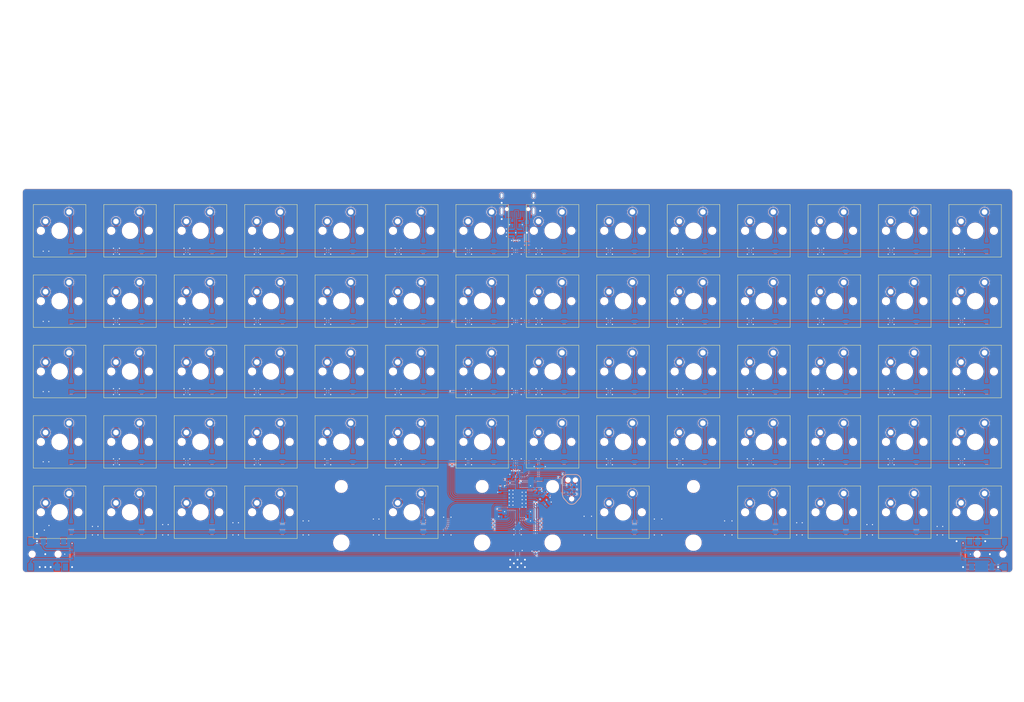
<source format=kicad_pcb>
(kicad_pcb (version 20221018) (generator pcbnew)
  (layers (0 "F.Cu" signal) (31 "B.Cu" signal) (34 "B.Paste" user) (35 "F.Paste" user) (36 "B.SilkS" user "B.Silkscreen") (37 "F.SilkS" user "F.Silkscreen") (38 "B.Mask" user) (39 "F.Mask" user) (44 "Edge.Cuts" user))
  (net 0 "")
  (net 1 "+5V")
  (net 2 "GND")
  (net 3 "/XTAL_IN")
  (net 4 "/XTAL_OUT")
  (net 5 "/UCAP")
  (net 6 "/ROW_0")
  (net 7 "Net-(D101-A)")
  (net 8 "Net-(D102-A)")
  (net 9 "Net-(D103-A)")
  (net 10 "Net-(D104-A)")
  (net 11 "Net-(D105-A)")
  (net 12 "Net-(D106-A)")
  (net 13 "Net-(D107-A)")
  (net 14 "Net-(D108-A)")
  (net 15 "Net-(D109-A)")
  (net 16 "Net-(D110-A)")
  (net 17 "Net-(D111-A)")
  (net 18 "Net-(D112-A)")
  (net 19 "Net-(D113-A)")
  (net 20 "Net-(D114-A)")
  (net 21 "Net-(D115-A)")
  (net 22 "Net-(D116-A)")
  (net 23 "Net-(D117-A)")
  (net 24 "Net-(D118-A)")
  (net 25 "Net-(D119-A)")
  (net 26 "Net-(D120-A)")
  (net 27 "Net-(D121-A)")
  (net 28 "Net-(D122-A)")
  (net 29 "Net-(D123-A)")
  (net 30 "Net-(D124-A)")
  (net 31 "Net-(D125-A)")
  (net 32 "Net-(D126-A)")
  (net 33 "Net-(D127-A)")
  (net 34 "Net-(D128-A)")
  (net 35 "Net-(D129-A)")
  (net 36 "Net-(D130-A)")
  (net 37 "Net-(D131-A)")
  (net 38 "Net-(D132-A)")
  (net 39 "Net-(D133-A)")
  (net 40 "Net-(D134-A)")
  (net 41 "Net-(D135-A)")
  (net 42 "Net-(D136-A)")
  (net 43 "Net-(D137-A)")
  (net 44 "Net-(D138-A)")
  (net 45 "Net-(D139-A)")
  (net 46 "Net-(D140-A)")
  (net 47 "Net-(D141-A)")
  (net 48 "Net-(D142-A)")
  (net 49 "Net-(D143-A)")
  (net 50 "Net-(D144-A)")
  (net 51 "Net-(D145-A)")
  (net 52 "Net-(D146-A)")
  (net 53 "Net-(D147-A)")
  (net 54 "Net-(D148-A)")
  (net 55 "Net-(D149-A)")
  (net 56 "Net-(D150-A)")
  (net 57 "Net-(D151-A)")
  (net 58 "Net-(D152-A)")
  (net 59 "Net-(D153-A)")
  (net 60 "Net-(D154-A)")
  (net 61 "Net-(D155-A)")
  (net 62 "Net-(D156-A)")
  (net 63 "Net-(D157-A)")
  (net 64 "Net-(D158-A)")
  (net 65 "Net-(D159-A)")
  (net 66 "Net-(D160-A)")
  (net 67 "Net-(D161-A)")
  (net 68 "Net-(D162-A)")
  (net 69 "Net-(D163-A)")
  (net 70 "Net-(D164-A)")
  (net 71 "Net-(D165-A)")
  (net 72 "Net-(D166-A)")
  (net 73 "VBUS")
  (net 74 "/SCL")
  (net 75 "/SDA")
  (net 76 "/CC1")
  (net 78 "/CC2")
  (net 81 "/MISO")
  (net 82 "/SCLK")
  (net 83 "/MOSI")
  (net 84 "/~{RESET}")
  (net 85 "/~{HWB}")
  (net 88 "/ROW_1")
  (net 89 "/ROW_2")
  (net 90 "/ROW_3")
  (net 91 "/ROW_4")
  (net 92 "/COL_0")
  (net 93 "/COL_1")
  (net 94 "/COL_2")
  (net 95 "/COL_3")
  (net 96 "/COL_4")
  (net 97 "/COL_5")
  (net 98 "/COL_6")
  (net 99 "/COL_7")
  (net 100 "/COL_8")
  (net 101 "/COL_9")
  (net 102 "/COL_10")
  (net 103 "/COL_11")
  (net 104 "/COL_12")
  (net 105 "/COL_13")
  (net 106 "/con_D+")
  (net 107 "/con_D-")
  (net 108 "/mcu_D+")
  (net 109 "/esd_D+")
  (net 110 "/mcu_D-")
  (net 111 "/esd_D-")
  (footprint "PCM_Switch_Keyboard_Cherry_MX:SW_Cherry_MX_PCB_1.00u" (layer "F.Cu") (at 235.68 72.465)
    (fp_text reference "SW152" hide)
    (fp_text value "SW_Push" hide)
  )
  (footprint "PCM_Switch_Keyboard_Cherry_MX:SW_Cherry_MX_PCB_1.00u" (layer "F.Cu") (at 121.38 110.565)
    (fp_text reference "SW127" hide)
    (fp_text value "SW_Push" hide)
  )
  (footprint "PCM_Switch_Keyboard_Cherry_MX:SW_Cherry_MX_PCB_1.00u" (layer "F.Cu") (at 83.28 91.515)
    (fp_text reference "SW117" hide)
    (fp_text value "SW_Push" hide)
  )
  (footprint "PCM_Switch_Keyboard_Cherry_MX:SW_Cherry_MX_PCB_1.00u" (layer "F.Cu") (at 178.53 129.615)
    (fp_text reference "SW141" hide)
    (fp_text value "SW_Push" hide)
  )
  (footprint "PCM_Switch_Keyboard_Cherry_MX:SW_Cherry_MX_PCB_1.00u" (layer "F.Cu") (at 178.53 91.515)
    (fp_text reference "SW139" hide)
    (fp_text value "SW_Push" hide)
  )
  (footprint "PCM_Switch_Keyboard_Cherry_MX:SW_Cherry_MX_PCB_1.00u" (layer "F.Cu") (at 254.73 110.565)
    (fp_text reference "SW159" hide)
    (fp_text value "SW_Push" hide)
  )
  (footprint "PCM_Switch_Keyboard_Cherry_MX:SW_Cherry_MX_PCB_1.00u" (layer "F.Cu") (at 121.38 148.665)
    (fp_text reference "SW129" hide)
    (fp_text value "SW_Push" hide)
  )
  (footprint "PCM_Switch_Keyboard_Cherry_MX:SW_Cherry_MX_PCB_1.00u" (layer "F.Cu") (at 83.28 110.565)
    (fp_text reference "SW118" hide)
    (fp_text value "SW_Push" hide)
  )
  (footprint "PCM_Switch_Keyboard_Cherry_MX:SW_Cherry_MX_PCB_1.00u" (layer "F.Cu") (at 159.48 91.515)
    (fp_text reference "SW135" hide)
    (fp_text value "SW_Push" hide)
  )
  (footprint "PCM_Switch_Keyboard_Cherry_MX:SW_Cherry_MX_PCB_1.00u" (layer "F.Cu") (at 197.58 110.565)
    (fp_text reference "SW145" hide)
    (fp_text value "SW_Push" hide)
  )
  (footprint "PCM_Switch_Keyboard_Cherry_MX:SW_Cherry_MX_PCB_1.00u" (layer "F.Cu") (at 102.33 91.515)
    (fp_text reference "SW122" hide)
    (fp_text value "SW_Push" hide)
  )
  (footprint "PCM_Switch_Keyboard_Cherry_MX:SW_Cherry_MX_PCB_1.00u" (layer "F.Cu") (at 45.18 91.515)
    (fp_text reference "SW107" hide)
    (fp_text value "SW_Push" hide)
  )
  (footprint "PCM_Switch_Keyboard_Cherry_MX:SW_Cherry_MX_PCB_1.00u" (layer "F.Cu") (at 45.18 110.565)
    (fp_text reference "SW108" hide)
    (fp_text value "SW_Push" hide)
  )
  (footprint "PCM_Switch_Keyboard_Cherry_MX:SW_Cherry_MX_PCB_1.00u" (layer "F.Cu") (at 178.53 148.665)
    (fp_text reference "SW142" hide)
    (fp_text value "SW_Push" hide)
  )
  (footprint "PCM_Switch_Keyboard_Cherry_MX:SW_Cherry_MX_PCB_1.00u" (layer "F.Cu") (at 273.78 91.515)
    (fp_text reference "SW163" hide)
    (fp_text value "SW_Push" hide)
  )
  (footprint "PCM_Switch_Keyboard_Cherry_MX:SW_Cherry_MX_PCB_1.00u" (layer "F.Cu") (at 140.43 110.565)
    (fp_text reference "SW132" hide)
    (fp_text value "SW_Push" hide)
  )
  (footprint "PCM_Switch_Keyboard_Cherry_MX:SW_Cherry_MX_PCB_1.00u" (layer "F.Cu") (at 254.73 129.615)
    (fp_text reference "SW160" hide)
    (fp_text value "SW_Push" hide)
  )
  (footprint "PCM_Switch_Keyboard_Cherry_MX:SW_Cherry_MX_PCB_1.00u" (layer "F.Cu") (at 216.63 129.615)
    (fp_text reference "SW150" hide)
    (fp_text value "SW_Push" hide)
  )
  (footprint "PCM_Switch_Keyboard_Cherry_MX:SW_Cherry_MX_PCB_1.00u" (layer "F.Cu") (at 121.38 129.615)
    (fp_text reference "SW128" hide)
    (fp_text value "SW_Push" hide)
  )
  (footprint "PCM_Switch_Keyboard_Cherry_MX:SW_Cherry_MX_PCB_1.00u" (layer "F.Cu") (at 235.68 110.565)
    (fp_text reference "SW154" hide)
    (fp_text value "SW_Push" hide)
  )
  (footprint "PCM_Switch_Keyboard_Cherry_MX:SW_Cherry_MX_PCB_1.00u" (layer "F.Cu") (at 273.78 72.465)
    (fp_text reference "SW162" hide)
    (fp_text value "SW_Push" hide)
  )
  (footprint "PCM_Switch_Keyboard_Cherry_MX:SW_Cherry_MX_PCB_1.00u" (layer "F.Cu") (at 254.73 72.465)
    (fp_text reference "SW157" hide)
    (fp_text value "SW_Push" hide)
  )
  (footprint "PCM_Switch_Keyboard_Cherry_MX:SW_Cherry_MX_PCB_1.00u" (layer "F.Cu") (at 273.78 129.615)
    (fp_text reference "SW165" hide)
    (fp_text value "SW_Push" hide)
  )
  (footprint "PCM_Switch_Keyboard_Cherry_MX:SW_Cherry_MX_PCB_1.00u" (layer "F.Cu") (at 140.43 91.515)
    (fp_text reference "SW131" hide)
    (fp_text value "SW_Push" hide)
  )
  (footprint "PCM_Switch_Keyboard_Cherry_MX:SW_Cherry_MX_PCB_1.00u" (layer "F.Cu") (at 102.33 110.565)
    (fp_text reference "SW123" hide)
    (fp_text value "SW_Push" hide)
  )
  (footprint "PCM_Switch_Keyboard_Cherry_MX:SW_Cherry_MX_PCB_1.00u" (layer "F.Cu") (at 235.68 148.665)
    (fp_text reference "SW156" hide)
    (fp_text value "SW_Push" hide)
  )
  (footprint "PCM_Switch_Keyboard_Cherry_MX:SW_Cherry_MX_PCB_1.00u" (layer "F.Cu") (at 197.58 91.515)
    (fp_text reference "SW144" hide)
    (fp_text value "SW_Push" hide)
  )
  (footprint "PCM_Switch_Keyboard_Cherry_MX:SW_Cherry_MX_PCB_1.00u" (layer "F.Cu") (at 45.18 129.615)
    (fp_text reference "SW109" hide)
    (fp_text value "SW_Push" hide)
  )
  (footprint "PCM_Switch_Keyboard_Cherry_MX:SW_Cherry_MX_PCB_1.00u" (layer "F.Cu") (at 102.33 129.615)
    (fp_text reference "SW124" hide)
    (fp_text value "SW_Push" hide)
  )
  (footprint "PCM_Switch_Keyboard_Cherry_MX:SW_Cherry_MX_PCB_1.00u" (layer "F.Cu") (at 273.78 148.665)
    (fp_text reference "SW166" hide)
    (fp_text value "SW_Push" hide)
  )
  (footprint "PCM_Switch_Keyboard_Cherry_MX:SW_Cherry_MX_PCB_1.00u" (layer "F.Cu") (at 235.68 91.515)
    (fp_text reference "SW153" hide)
    (fp_text value "SW_Push" hide)
  )
  (footprint "PCM_Switch_Keyboard_Cherry_MX:SW_Cherry_MX_PCB_1.00u" (layer "F.Cu") (at 26.13 110.565)
    (fp_text reference "SW103" hide)
    (fp_text value "SW_Push" hide)
  )
  (footprint "PCM_Switch_Keyboard_Cherry_MX:SW_Cherry_MX_PCB_1.00u" (layer "F.Cu") (at 83.28 129.615)
    (fp_text reference "SW119" hide)
    (fp_text value "SW_Push" hide)
  )
  (footprint "PCM_Switch_Keyboard_Cherry_MX:SW_Cherry_MX_PCB_1.00u" (layer "F.Cu") (at 26.13 129.615)
    (fp_text reference "SW104" hide)
    (fp_text value "SW_Push" hide)
  )
  (footprint "PCM_Switch_Keyboard_Cherry_MX:SW_Cherry_MX_PCB_1.00u" (layer "F.Cu") (at 83.28 72.465)
    (fp_text reference "SW116" hide)
    (fp_text value "SW_Push" hide)
  )
  (footprint "PCM_Switch_Keyboard_Cherry_MX:SW_Cherry_MX_PCB_1.00u" (layer "F.Cu") (at 216.63 72.465)
    (fp_text reference "SW147" hide)
    (fp_text value "SW_Push" hide)
  )
  (footprint "PCM_Switch_Keyboard_Cherry_MX:SW_Cherry_MX_PCB_1.00u" (layer "F.Cu") (at 64.23 110.565)
    (fp_text reference "SW113" hide)
    (fp_text value "SW_Push" hide)
  )
  (footprint "PCM_Switch_Keyboard_Cherry_MX:SW_Cherry_MX_PCB_1.00u" (layer "F.Cu") (at 197.58 72.465)
    (fp_text reference "SW143" hide)
    (fp_text value "SW_Push" hide)
  )
  (footprint "PCM_Switch_Keyboard_Cherry_MX:SW_Cherry_MX_PCB_1.00u" (layer "F.Cu") (at 178.53 72.465)
    (fp_text reference "SW138" hide)
    (fp_text value "SW_Push" hide)
  )
  (footprint "PCM_Switch_Keyboard_Cherry_MX:SW_Cherry_MX_PCB_1.00u" (layer "F.Cu") (at 64.23 129.615)
    (fp_text reference "SW114" hide)
    (fp_text value "SW_Push" hide)
  )
  (footprint "PCM_Switch_Keyboard_Cherry_MX:SW_Cherry_MX_PCB_1.00u" (layer "F.Cu") (at 235.68 129.615)
    (fp_text reference "SW155" hide)
    (fp_text value "SW_Push" hide)
  )
  (footprint "PCM_Switch_Keyboard_Cherry_MX:SW_Cherry_MX_PCB_1.00u" (layer "F.Cu") (at 45.18 72.465)
    (fp_text reference "SW106" hide)
    (fp_text value "SW_Push" hide)
  )
  (footprint "PCM_Switch_Keyboard_Cherry_MX:SW_Cherry_MX_PCB_1.00u" (layer "F.Cu") (at 26.13 91.515)
    (fp_text reference "SW102" hide)
    (fp_text value "SW_Push" hide)
  )
  (footprint "PCM_Switch_Keyboard_Cherry_MX:SW_Cherry_MX_PCB_1.00u" (layer "F.Cu") (at 45.18 148.665)
    (fp_text reference "SW110" hide)
    (fp_text value "SW_Push" hide)
  )
  (footprint "PCM_Switch_Keyboard_Cherry_MX:SW_Cherry_MX_PCB_1.00u" (layer "F.Cu") (at 159.48 129.615)
    (fp_text reference "SW137" hide)
    (fp_text value "SW_Push" hide)
  )
  (footprint "PCM_Switch_Keyboard_Cherry_MX:SW_Cherry_MX_PCB_1.00u" (layer "F.Cu") (at 216.63 110.565)
    (fp_text reference "SW149" hide)
    (fp_text value "SW_Push" hide)
  )
  (footprint "PCM_Switch_Keyboard_Cherry_MX:SW_Cherry_MX_PCB_1.00u" (layer "F.Cu") (at 26.13 148.665)
    (fp_text reference "SW105" hide)
    (fp_text value "SW_Push" hide)
  )
  (footprint "PCM_Switch_Keyboard_Cherry_MX:SW_Cherry_MX_PCB_1.00u" (layer "F.Cu") (at 64.23 91.515)
    (fp_text reference "SW112" hide)
    (fp_text value "SW_Push" hide)
  )
  (footprint "PCM_Switch_Keyboard_Cherry_MX:SW_Cherry_MX_PCB_1.00u" (layer "F.Cu") (at 64.23 148.665)
    (fp_text reference "SW115" hide)
    (fp_text value "SW_Push" hide)
  )
  (footprint "PCM_Switch_Keyboard_Cherry_MX:SW_Cherry_MX_PCB_1.00u" (layer "F.Cu") (at 121.38 72.465)
    (fp_text reference "SW125" hide)
    (fp_text value "SW_Push" hide)
  )
  (footprint "PCM_Switch_Keyboard_Cherry_MX:SW_Cherry_MX_PCB_1.00u" (layer "F.Cu") (at 178.53 110.565)
    (fp_text reference "SW140" hide)
    (fp_text value "SW_Push" hide)
  )
  (footprint "PCM_Switch_Keyboard_Cherry_MX:SW_Cherry_MX_PCB_1.00u" (layer "F.Cu") (at 102.33 72.465)
    (fp_text reference "SW121" hide)
    (fp_text value "SW_Push" hide)
  )
  (footprint "PCM_Switch_Keyboard_Cherry_MX:SW_Cherry_MX_PCB_1.00u" (layer "F.Cu") (at 64.23 72.465)
    (fp_text reference "SW111" hide)
    (fp_text value "SW_Push" hide)
  )
  (footprint "PCM_Switch_Keyboard_Cherry_MX:SW_Cherry_MX_PCB_1.00u" (layer "F.Cu") (at 254.73 148.665)
    (fp_text reference "SW161" hide)
    (fp_text value "SW_Push" hide)
  )
  (footprint "PCM_Mounting_Keyboard_Stabilizer:Stabilizer_Cherry_MX_3.00u" (layer "F.Cu") (at 121.38 148.665)
    (fp_text reference "H101" hide)
    (fp_text value "MountingHole" hide)
  )
  (footprint "PCM_Switch_Keyboard_Cherry_MX:SW_Cherry_MX_PCB_1.00u" (layer "F.Cu") (at 254.73 91.515)
    (fp_text reference "SW158" hide)
    (fp_text value "SW_Push" hide)
  )
  (footprint "PCM_Switch_Keyboard_Cherry_MX:SW_Cherry_MX_PCB_1.00u" (layer "F.Cu") (at 121.38 91.515)
    (fp_text reference "SW126" hide)
    (fp_text value "SW_Push" hide)
  )
  (footprint "PCM_Mounting_Keyboard_Stabilizer:Stabilizer_Cherry_MX_3.00u" (layer "F.Cu") (at 178.53 148.665)
    (fp_text reference "H102" hide)
    (fp_text value "MountingHole" hide)
  )
  (footprint "PCM_Switch_Keyboard_Cherry_MX:SW_Cherry_MX_PCB_1.00u" (layer "F.Cu") (at 273.78 110.565)
    (fp_text reference "SW164" hide)
    (fp_text value "SW_Push" hide)
  )
  (footprint "PCM_Switch_Keyboard_Cherry_MX:SW_Cherry_MX_PCB_1.00u" (layer "F.Cu") (at 159.48 72.465)
    (fp_text reference "SW134" hide)
    (fp_text value "SW_Push" hide)
  )
  (footprint "PCM_Switch_Keyboard_Cherry_MX:SW_Cherry_MX_PCB_1.00u" (layer "F.Cu") (at 140.43 72.465)
    (fp_text reference "SW130" hide)
    (fp_text value "SW_Push" hide)
  )
  (footprint "PCM_Switch_Keyboard_Cherry_MX:SW_Cherry_MX_PCB_1.00u" (layer "F.Cu") (at 159.48 110.565)
    (fp_text reference "SW136" hide)
    (fp_text value "SW_Push" hide)
  )
  (footprint "PCM_Switch_Keyboard_Cherry_MX:SW_Cherry_MX_PCB_1.00u" (layer "F.Cu") (at 216.63 148.665)
    (fp_text reference "SW151" hide)
    (fp_text value "SW_Push" hide)
  )
  (footprint "PCM_Switch_Keyboard_Cherry_MX:SW_Cherry_MX_PCB_1.00u" (layer "F.Cu") (at 216.63 91.515)
    (fp_text reference "SW148" hide)
    (fp_text value "SW_Push" hide)
  )
  (footprint "PCM_Switch_Keyboard_Cherry_MX:SW_Cherry_MX_PCB_1.00u" (layer "F.Cu") (at 26.13 72.465)
    (fp_text reference "SW101" hide)
    (fp_text value "SW_Push" hide)
  )
  (footprint "PCM_Switch_Keyboard_Cherry_MX:SW_Cherry_MX_PCB_1.00u" (layer "F.Cu") (at 140.43 129.615)
    (fp_text reference "SW133" hide)
    (fp_text value "SW_Push" hide)
  )
  (footprint "PCM_Switch_Keyboard_Cherry_MX:SW_Cherry_MX_PCB_1.00u" (layer "F.Cu") (at 83.28 148.665)
    (fp_text reference "SW120" hide)
    (fp_text value "SW_Push" hide)
  )
  (footprint "PCM_Switch_Keyboard_Cherry_MX:SW_Cherry_MX_PCB_1.00u" (layer "F.Cu") (at 197.58 129.615)
    (fp_text reference "SW146" hide)
    (fp_text value "SW_Push" hide)
  )
  (footprint "unORTHOdox:QFN-44-1EP_7x7mm_P0.5mm_EP5.2x5.2mm" (layer "B.Cu") (at 150 145 -90)
    (fp_text reference "U102" hide)
    (fp_text value "ATmega32U4-MU" hide)
  )
  (footprint "unORTHOdox:D_SOD-123F" (layer "B.Cu") (at 162.6 133.6 90)
    (fp_text reference "D137" hide)
    (fp_text value "D" hide)
  )
  (footprint "unORTHOdox:D_SOD-123F" (layer "B.Cu") (at 124.5 76.6 90)
    (fp_text reference "D125" hide)
    (fp_text value "D" hide)
  )
  (footprint "unORTHOdox:D_SOD-123F" (layer "B.Cu") (at 67.35 133.6 90)
    (fp_text reference "D114" hide)
    (fp_text value "D" hide)
  )
  (footprint "unORTHOdox:D_SOD-123F" (layer "B.Cu") (at 86.4 76.6 90)
    (fp_text reference "D116" hide)
    (fp_text value "D" hide)
  )
  (footprint "unORTHOdox:D_SOD-123F" (layer "B.Cu") (at 200.7 114.6 90)
    (fp_text reference "D145" hide)
    (fp_text value "D" hide)
  )
  (footprint "unORTHOdox:D_SOD-123F" (layer "B.Cu") (at 86.4 152.6 90)
    (fp_text reference "D120" hide)
    (fp_text value "D" hide)
  )
  (footprint "unORTHOdox:D_SOD-123F" (layer "B.Cu") (at 86.4 133.6 90)
    (fp_text reference "D119" hide)
    (fp_text value "D" hide)
  )
  (footprint "unORTHOdox:D_SOD-123F" (layer "B.Cu") (at 124.5 114.6 90)
    (fp_text reference "D127" hide)
    (fp_text value "D" hide)
  )
  (footprint "unORTHOdox:D_SOD-123F" (layer "B.Cu") (at 162.6 76.6 90)
    (fp_text reference "D134" hide)
    (fp_text value "D" hide)
  )
  (footprint "unORTHOdox:R_0402_1005Metric" (layer "B.Cu") (at 148.6 70.3 -90)
    (fp_text reference "R101" hide)
    (fp_text value "5K1" hide)
  )
  (footprint "unORTHOdox:Crystal_SMD_2016-4Pin_2.0x1.6mm" (layer "B.Cu") (at 156.963353 145.239411 135)
    (fp_text reference "Y101" hide)
    (fp_text value "16Mhz" hide)
  )
  (footprint "unORTHOdox:D_SOD-123F" (layer "B.Cu") (at 67.35 114.6 90)
    (fp_text reference "D113" hide)
    (fp_text value "D" hide)
  )
  (footprint "unORTHOdox:D_SOD-123F" (layer "B.Cu") (at 238.8 76.6 90)
    (fp_text reference "D152" hide)
    (fp_text value "D" hide)
  )
  (footprint "unORTHOdox:R_0402_1005Metric" (layer "B.Cu") (at 149.9 138.61 90)
    (fp_text reference "R107" hide)
    (fp_text value "22R" hide)
  )
  (footprint "unORTHOdox:D_SOD-123F" (layer "B.Cu") (at 257.85 152.6 90)
    (fp_text reference "D161" hide)
    (fp_text value "D" hide)
  )
  (footprint "unORTHOdox:C_0603_1608Metric" (layer "B.Cu") (at 149.5 136.5)
    (fp_text reference "C107" hide)
    (fp_text value "1u" hide)
  )
  (footprint "unORTHOdox:D_SOD-123F" (layer "B.Cu") (at 143.55 133.6 90)
    (fp_text reference "D133" hide)
    (fp_text value "D" hide)
  )
  (footprint "unORTHOdox:C_0402_1005Metric" (layer "B.Cu") (at 158.213353 146.739411 45)
    (fp_text reference "C108" hide)
    (fp_text value "12p" hide)
  )
  (footprint "unORTHOdox:D_SOD-123F" (layer "B.Cu") (at 219.75 95.6 90)
    (fp_text reference "D148" hide)
    (fp_text value "D" hide)
  )
  (footprint "unORTHOdox:SW_SPST_B3U-1000P" (layer "B.Cu") (at 156 138 90)
    (fp_text reference "SW167" hide)
    (fp_text value "SW_Push" hide)
  )
  (footprint "unORTHOdox:D_SOD-123F" (layer "B.Cu") (at 181.65 152.6 90)
    (fp_text reference "D142" hide)
    (fp_text value "D" hide)
  )
  (footprint "unORTHOdox:D_SOD-123F" (layer "B.Cu") (at 276.9 76.6 90)
    (fp_text reference "D162" hide)
    (fp_text value "D" hide)
  )
  (footprint "unORTHOdox:D_SOD-123F" (layer "B.Cu") (at 124.5 152.6 90)
    (fp_text reference "D129" hide)
    (fp_text value "D" hide)
  )
  (footprint "unORTHOdox:D_SOD-123F" (layer "B.Cu") (at 276.9 95.6 90)
    (fp_text reference "D163" hide)
    (fp_text value "D" hide)
  )
  (footprint "unORTHOdox:D_SOD-123F" (layer "B.Cu") (at 181.65 133.6 90)
    (fp_text reference "D141" hide)
    (fp_text value "D" hide)
  )
  (footprint "unORTHOdox:D_SOD-123F" (layer "B.Cu") (at 29.25 76.6 90)
    (fp_text reference "D101" hide)
    (fp_text value "D" hide)
  )
  (footprint "unORTHOdox:D_SOD-123F" (layer "B.Cu") (at 238.8 133.6 90)
    (fp_text reference "D155" hide)
    (fp_text value "D" hide)
  )
  (footprint "unORTHOdox:D_SOD-123F" (layer "B.Cu") (at 67.35 152.6 90)
    (fp_text reference "D115" hide)
    (fp_text value "D" hide)
  )
  (footprint "unORTHOdox:D_SOD-123F" (layer "B.Cu") (at 48.3 95.6 90)
    (fp_text reference "D107" hide)
    (fp_text value "D" hide)
  )
  (footprint "unORTHOdox:C_0402_1005Metric" (layer "B.Cu") (at 147.9 139.6 90)
    (fp_text reference "C105" hide)
    (fp_text value "100n" hide)
  )
  (footprint "unORTHOdox:D_SOD-123F" (layer "B.Cu") (at 257.85 76.6 90)
    (fp_text reference "D157" hide)
    (fp_text value "D" hide)
  )
  (footprint "unORTHOdox:C_0402_1005Metric" (layer "B.Cu") (at 158 143.8 -45)
    (fp_text reference "C109" hide)
    (fp_text value "12p" hide)
  )
  (footprint "unORTHOdox:SOT-23-6" (layer "B.Cu") (at 149.5 73)
    (fp_text reference "U101" hide)
    (fp_text value "TPD2S017" hide)
  )
  (footprint "unORTHOdox:D_SOD-123F" (layer "B.Cu") (at 67.35 95.6 90)
    (fp_text reference "D112" hide)
    (fp_text value "D" hide)
  )
  (footprint "unORTHOdox:D_SOD-123F" (layer "B.Cu") (at 200.7 95.6 90)
    (fp_text reference "D144" hide)
    (fp_text value "D" hide)
  )
  (footprint "unORTHOdox:C_0402_1005Metric" (layer "B.Cu") (at 145.25 148.25 -90)
    (fp_text reference "C103" hide)
    (fp_text value "100n" hide)
  )
  (footprint "unORTHOdox:R_0402_1005Metric" (layer "B.Cu") (at 29.5 158.25 -90)
    (fp_text reference "R106" hide)
    (fp_text value "4K7" hide)
  )
  (footprint "unORTHOdox:D_SOD-123F" (layer "B.Cu") (at 162.6 114.6 90)
    (fp_text reference "D136" hide)
    (fp_text value "D" hide)
  )
  (footprint "unORTHOdox:D_SOD-123F" (layer "B.Cu") (at 29.25 114.6 90)
    (fp_text reference "D103" hide)
    (fp_text value "D" hide)
  )
  (footprint "unORTHOdox:D_SOD-123F" (layer "B.Cu") (at 238.8 95.6 90)
    (fp_text reference "D153" hide)
    (fp_text value "D" hide)
  )
  (footprint "unORTHOdox:D_SOD-123F" (layer "B.Cu") (at 29.25 95.6 90)
    (fp_text reference "D102" hide)
    (fp_text value "D" hide)
  )
  (footprint "unORTHOdox:C_0603_1608Metric" (layer "B.Cu") (at 152.5 75.1 -90)
    (fp_text reference "C101" hide)
    (fp_text value "1u" hide)
  )
  (footprint "unORTHOdox:R_0402_1005Metric" (layer "B.Cu") (at 270.5 158.25 -90)
    (fp_text reference "R104" hide)
    (fp_text value "4K7" hide)
  )
  (footprint "unORTHOdox:D_SOD-123F" (layer "B.Cu") (at 86.4 95.6 90)
    (fp_text reference "D117" hide)
    (fp_text value "D" hide)
  )
  (footprint "unORTHOdox:D_SOD-123F" (layer "B.Cu") (at 29.25 133.6 90)
    (fp_text reference "D104" hide)
    (fp_text value "D" hide)
  )
  (footprint "Stamp_Attach:Stamp-Attach_SA2030-IDC-NL_2x03_P1.27mm_Vertical" (layer "B.Cu") (at 164.635 142.48 90)
    (fp_text reference "J101" hide)
    (fp_text value "AVR-ISP-6" hide)
  )
  (footprint "unORTHOdox:C_0402_1005Metric" (layer "B.Cu") (at 145.3 142.75 -90)
    (fp_text reference "C104" hide)
    (fp_text value "100n" hide)
  )
  (footprint "unORTHOdox:D_SOD-123F" (layer "B.Cu") (at 238.8 114.6 90)
    (fp_text reference "D154" hide)
    (fp_text value "D" hide)
  )
  (footprint "unORTHOdox:D_SOD-123F" (layer "B.Cu") (at 257.85 95.6 90)
    (fp_text reference "D158" hide)
    (fp_text value "D" hide)
  )
  (footprint "unORTHOdox:D_SOD-123F" (layer "B.Cu") (at 257.85 133.6 90)
    (fp_text reference "D160" hide)
    (fp_text value "D" hide)
  )
  (footprint "unORTHOdox:Fuse_0603_1608Metric" (layer "B.Cu") (at 152.5 71 90)
    (fp_text reference "F101" hide)
    (fp_text value "500mA" hide)
  )
  (footprint "unORTHOdox:D_SOD-123F" (layer "B.Cu") (at 219.75 152.6 90)
    (fp_text reference "D151" hide)
    (fp_text value "D" hide)
  )
  (footprint "unORTHOdox:D_SOD-123F" (layer "B.Cu") (at 276.9 152.6 90)
    (fp_text reference "D166" hide)
    (fp_text value "D" hide)
  )
  (footprint "unORTHOdox:D_SOD-123F" (layer "B.Cu") (at 67.35 76.6 90)
    (fp_text reference "D111" hide)
    (fp_text value "D" hide)
  )
  (footprint "unORTHOdox:R_0402_1005Metric" (layer "B.Cu") (at 150.5 70.3 -90)
    (fp_text reference "R102" hide)
    (fp_text value "5K1" hide)
  )
  (footprint "unORTHOdox:D_SOD-123F" (layer "B.Cu") (at 105.45 95.6 90)
    (fp_text reference "D122" hide)
    (fp_text value "D" hide)
  )
  (footprint "unORTHOdox:USB_C_Receptacle_HRO_TYPE-C-31-M-12" (layer "B.Cu") (at 150 64)
    (fp_text reference "J102" hide)
    (fp_text value "USB_C_Receptacle_USB2.0" hide)
  )
  (footprint "unORTHOdox:D_SOD-123F" (layer "B.Cu") (at 86.4 114.6 90)
    (fp_text reference "D118" hide)
    (fp_text value "D" hide)
  )
  (footprint "unORTHOdox:D_SOD-123F" (layer "B.Cu") (at 48.3 152.6 90)
    (fp_text reference "D110" hide)
    (fp_text value "D" hide)
  )
  (footprint "unORTHOdox:R_0402_1005Metric" (layer "B.Cu") (at 146.19 149.8)
    (fp_text reference "R109" hide)
    (fp_text value "10k" hide)
  )
  (footprint "unORTHOdox:D_SOD-123F" (layer "B.Cu") (at 143.55 114.6 90)
    (fp_text reference "D132" hide)
    (fp_text value "D" hide)
  )
  (footprint "unORTHOdox:Jack_3.5mm_TIC54-00177_Horizontal" (layer "B.Cu") (at 23 160 -90)
    (fp_text reference "I2C_102" hide)
    (fp_text value "AudioJack4" hide)
  )
  (footprint "unORTHOdox:D_SOD-123F" (layer "B.Cu") (at 200.7 76.6 90)
    (fp_text reference "D143" hide)
    (fp_text value "D" hide)
  )
  (footprint "unORTHOdox:D_SOD-123F" (layer "B.Cu") (at 124.5 95.6 90)
    (fp_text reference "D126" hide)
    (fp_text value "D" hide)
  )
  (footprint "unORTHOdox:D_SOD-123F" (layer "B.Cu") (at 48.3 76.6 90)
    (fp_text reference "D106" hide)
    (fp_text value "D" hide)
  )
  (footprint "unORTHOdox:D_SOD-123F" (layer "B.Cu") (at 48.3 114.6 90)
    (fp_text reference "D108" hide)
    (fp_text value "D" hide)
  )
  (footprint "unORTHOdox:R_0402_1005Metric" (layer "B.Cu") (at 148.9 138.61 90)
    (fp_text reference "R108" hide)
    (fp_text value "22R" hide)
  )
  (footprint "unORTHOdox:R_0402_1005Metric" (layer "B.Cu") (at 29.5 161.75 90)
    (fp_text reference "R105" hide)
    (fp_text value "4K7" hide)
  )
  (footprint "unORTHOdox:D_SOD-123F" (layer "B.Cu") (at 29.25 152.6 90)
    (fp_text reference "D105" hide)
    (fp_text value "D" hide)
  )
  (footprint "unORTHOdox:D_SOD-123F" (layer "B.Cu") (at 105.45 114.6 90)
    (fp_text reference "D123" hide)
    (fp_text value "D" hide)
  )
  (footprint "unORTHOdox:D_SOD-123F" (layer "B.Cu") (at 143.55 76.6 90)
    (fp_text reference "D130" hide)
    (fp_text value "D" hide)
  )
  (footprint "unORTHOdox:D_SOD-123F" (layer "B.Cu") (at 181.65 114.6 90)
    (fp_text reference "D140" hide)
    (fp_text value "D" hide)
  )
  (footprint "unORTHOdox:D_SOD-123F" (layer "B.Cu") (at 105.45 133.6 90)
    (fp_text reference "D124" hide)
    (fp_text value "D" hide)
  )
  (footprint "unORTHOdox:D_SOD-123F" (layer "B.Cu") (at 219.75 133.6 90)
    (fp_text reference "D150" hide)
    (fp_text value "D" hide)
  )
  (footprint "unORTHOdox:C_0402_1005Metric" (layer "B.Cu") (at 152.75 149.75)
    (fp_text reference "C102" hide)
    (fp_text value "100n" hide)
  )
  (footprint "unORTHOdox:D_SOD-123F" (layer "B.Cu") (at 181.65 95.6 90)
    (fp_text reference "D139" hide)
    (fp_text value "D" hide)
  )
  (footprint "unORTHOdox:D_SOD-123F" (layer "B.Cu") (at 181.65 76.6 90)
    (fp_text reference "D138" hide)
    (fp_text value "D" hide)
  )
  (footprint "unORTHOdox:D_SOD-123F" (layer "B.Cu") (at 162.6 95.6 90)
    (fp_text reference "D135" hide)
    (fp_text value "D" hide)
  )
  (footprint "unORTHOdox:C_0402_1005Metric" (layer "B.Cu") (at 155.25 143.3)
    (fp_text reference "C106" hide)
    (fp_text value "100n" hide)
  )
  (footprint "unORTHOdox:D_SOD-123F" (layer "B.Cu") (at 124.5 133.6 90)
    (fp_text reference "D128" hide)
    (fp_text value "D" hide)
  )
  (footprint "unORTHOdox:D_SOD-123F" (layer "B.Cu") (at 257.85 114.6 90)
    (fp_text reference "D159" hide)
    (fp_text value "D" hide)
  )
  (footprint "unORTHOdox:D_SOD-123F" (layer "B.Cu") (at 238.8 152.6 90)
    (fp_text reference "D156" hide)
    (fp_text value "D" hide)
  )
  (footprint "unORTHOdox:D_SOD-123F" (layer "B.Cu") (at 105.45 76.6 90)
    (fp_text reference "D121" hide)
    (fp_text value "D" hide)
  )
  (footprint "unORTHOdox:D_SOD-123F" (layer "B.Cu") (at 48.3 133.6 90)
    (fp_text reference "D109" hide)
    (fp_text value "D" hide)
  )
  (footprint "unORTHOdox:D_SOD-123F" (layer "B.Cu") (at 200.7 133.6 90)
    (fp_text reference "D146" hide)
    (fp_text value "D" hide)
  )
  (footprint "unORTHOdox:R_0402_1005Metric" (layer "B.Cu") (at 155.26 142.3)
    (fp_text reference "R110" hide)
    (fp_text value "10k" hide)
  )
  (footprint "unORTHOdox:D_SOD-123F" (layer "B.Cu") (at 143.55 95.6 90)
    (fp_text reference "D131" hide)
    (fp_text value "D" hide)
  )
  (footprint "unORTHOdox:D_SOD-123F" (layer "B.Cu") (at 276.9 114.6 90)
    (fp_text reference "D164" hide)
    (fp_text value "D" hide)
  )
  (footprint "unORTHOdox:D_SOD-123F" (layer "B.Cu") (at 219.75 76.6 90)
    (fp_text reference "D147" hide)
    (fp_text value "D" hide)
  )
  (footprint "unORTHOdox:D_SOD-123F" (layer "B.Cu") (at 219.75 114.6 90)
    (fp_text reference "D149" hide)
    (fp_text value "D" hide)
  )
  (footprint "unORTHOdox:D_SOD-123F" (layer "B.Cu") (at 276.9 133.6 90)
    (fp_text reference "D165" hide)
    (fp_text value "D" hide)
  )
  (footprint "unORTHOdox:R_0402_1005Metric" (layer "B.Cu") (at 270.5 161.75 90)
    (fp_text reference "R103" hide)
    (fp_text value "4K7" hide)
  )
  (footprint "unORTHOdox:Jack_3.5mm_TIC54-00177_Horizontal" (layer "B.Cu") (at 277 160 90)
    (fp_text reference "I2C_101" hide)
    (fp_text value "AudioJack4" hide)
  )
  (gr_line (start 284 62) (end 284 164) (stroke (width 0.05)) (layer "Edge.Cuts"))
  (gr_line (start 17 61) (end 283 61) (stroke (width 0.05)) (layer "Edge.Cuts"))
  (gr_arc (start 283 61) (mid 283.707107 61.292893) (end 284 62) (stroke (width 0.05)) (layer "Edge.Cuts"))
  (gr_line (start 283 165) (end 17 165) (stroke (width 0.05)) (layer "Edge.Cuts"))
  (gr_line (start 16 164) (end 16 62) (stroke (width 0.05)) (layer "Edge.Cuts"))
  (gr_arc (start 16 62) (mid 16.292893 61.292893) (end 17 61) (stroke (width 0.05)) (layer "Edge.Cuts"))
  (gr_arc (start 284 164) (mid 283.707107 164.707107) (end 283 165) (stroke (width 0.05)) (layer "Edge.Cuts"))
  (gr_arc (start 17 165) (mid 16.292893 164.707107) (end 16 164) (stroke (width 0.05)) (layer "Edge.Cuts"))
  (segment (start 157 142.3) (end 156.5 142.3) (width 0.5) (layer "F.Cu") (net 1))
  (segment (start 150 161.5) (end 150 140.7) (width 1) (layer "F.Cu") (net 1))
  (segment (start 144.57 147.77) (end 149.77 147.77) (width 0.5) (layer "F.Cu") (net 1))
  (segment (start 152.27 150.47) (end 150.03 150.47) (width 0.5) (layer "F.Cu") (net 1))
  (segment (start 150 140.73) (end 147.9755 140.73) (width 0.5) (layer "F.Cu") (net 1))
  (segment (start 150.2 142.3) (end 156.5 142.3) (width 0.5) (layer "F.Cu") (net 1))
  (segment (start 270.5 157) (end 270.5 163.5) (width 1) (layer "F.Cu") (net 1))
  (segment (start 147.9755 140.73) (end 147.974714 140.730786) (width 0.5) (layer "F.Cu") (net 1))
  (segment (start 147.974714 140.730786) (end 145.8 140.730786) (width 0.5) (layer "F.Cu") (net 1))
  (segment (start 270.5 163.5) (end 280 163.5) (width 1) (layer "F.Cu") (net 1))
  (segment (start 166 143.75) (end 158 143.75) (width 0.5) (layer "F.Cu") (net 1))
  (segment (start 29.5 157.5) (end 29.5 163.5) (width 1) (layer "F.Cu") (net 1))
  (segment (start 20 156.5) (end 28.5 156.5) (width 1) (layer "F.Cu") (net 1))
  (segment (start 145.3 141.230786) (end 145.3 141.6) (width 0.5) (layer "F.Cu") (net 1))
  (segment (start 157.5 143.25) (end 157.5 142.8) (width 0.5) (layer "F.Cu") (net 1))
  (segment (start 150 140.7) (end 150 139.25) (width 1) (layer "F.Cu") (net 1))
  (segment (start 152.5 137.75) (end 152.5 73) (width 1) (layer "F.Cu") (net 1))
  (segment (start 150.75 138.5) (end 151.75 138.5) (width 1) (layer "F.Cu") (net 1))
  (segment (start 150 140.73) (end 150 140.7) (width 1) (layer "F.Cu") (net 1))
  (via (at 152.27 150.47) (size 0.5) (drill 0.3) (layers "F.Cu" "B.Cu") (net 1))
  (via (at 152.5 73) (size 1) (drill 0.5) (layers "F.Cu" "B.Cu") (net 1))
  (via (at 166 143.75) (size 0.5) (drill 0.3) (layers "F.Cu" "B.Cu") (net 1))
  (via (at 147.9755 140.73) (size 0.5) (drill 0.3) (layers "F.Cu" "B.Cu") (net 1))
  (via (at 20 156.5) (size 1) (drill 0.5) (layers "F.Cu" "B.Cu") (net 1))
  (via (at 29.5 163.5) (size 1) (drill 0.5) (layers "F.Cu" "B.Cu") (net 1))
  (via (at 152 163.5) (size 1) (drill 0.5) (layers "F.Cu" "B.Cu") (net 1))
  (via (at 270.5 157) (size 0.5) (drill 0.3) (layers "F.Cu" "B.Cu") (net 1))
  (via (at 148 163.5) (size 1) (drill 0.5) (layers "F.Cu" "B.Cu") (net 1))
  (via (at 151 162.5) (size 1) (drill 0.5) (layers "F.Cu" "B.Cu") (net 1))
  (via (at 150 161.5) (size 1) (drill 0.5) (layers "F.Cu" "B.Cu") (net 1))
  (via (at 150 163.5) (size 1) (drill 0.5) (layers "F.Cu" "B.Cu") (net 1))
  (via (at 148 161.5) (size 1) (drill 0.5) (layers "F.Cu" "B.Cu") (net 1))
  (via (at 280 163.5) (size 1) (drill 0.5) (layers "F.Cu" "B.Cu") (net 1))
  (via (at 156.5 142.3) (size 0.5) (drill 0.3) (layers "F.Cu" "B.Cu") (net 1))
  (via (at 152 161.5) (size 1) (drill 0.5) (layers "F.Cu" "B.Cu") (net 1))
  (via (at 145.3 141.6) (size 0.5) (drill 0.3) (layers "F.Cu" "B.Cu") (net 1))
  (via (at 150.459846 140.715887) (size 0.5) (drill 0.3) (layers "F.Cu" "B.Cu") (net 1))
  (via (at 29.5 157.085786) (size 0.5) (drill 0.3) (layers "F.Cu" "B.Cu") (net 1))
  (via (at 270.5 163.5) (size 1) (drill 0.5) (layers "F.Cu" "B.Cu") (net 1))
  (via (at 144.57 147.77) (size 0.5) (drill 0.3) (layers "F.Cu" "B.Cu") (net 1))
  (via (at 149 162.5) (size 1) (drill 0.5) (layers "F.Cu" "B.Cu") (net 1))
  (arc (start 150 139.25) (mid 150.21967 138.71967) (end 150.75 138.5) (width 1) (layer "F.Cu") (net 1))
  (arc (start 158 143.75) (mid 157.646447 143.603553) (end 157.5 143.25) (width 0.5) (layer "F.Cu") (net 1))
  (arc (start 152.5 137.75) (mid 152.28033 138.28033) (end 151.75 138.5) (width 1) (layer "F.Cu") (net 1))
  (arc (start 145.3 141.230786) (mid 145.446447 140.877233) (end 145.8 140.730786) (width 0.5) (layer "F.Cu") (net 1))
  (arc (start 28.5 156.5) (mid 29.207107 156.792893) (end 29.5 157.5) (width 1) (layer "F.Cu") (net 1))
  (arc (start 157.5 142.8) (mid 157.353553 142.446447) (end 157 142.3) (width 0.5) (layer "F.Cu") (net 1))
  (segment (start 152.27 150.47) (end 152.27 149.75) (width 0.5) (layer "B.Cu") (net 1))
  (segment (start 144.57 147.77) (end 145.25 147.77) (width 0.5) (layer "B.Cu") (net 1))
  (segment (start 146.6625 147.5) (end 145.52 147.5) (width 0.25) (layer "B.Cu") (net 1))
  (segment (start 153.3375 143.5) (end 154.57 143.5) (width 0.25) (layer "B.Cu") (net 1))
  (segment (start 154.57 143.5) (end 154.77 143.3) (width 0.25) (layer "B.Cu") (net 1))
  (segment (start 147.9755 140.73) (end 148 140.7545) (width 0.25) (layer "B.Cu") (net 1))
  (segment (start 280 163.5) (end 281.7 163.5) (width 1) (layer "B.Cu") (net 1))
  (segment (start 145.52 147.5) (end 145.25 147.77) (width 0.25) (layer "B.Cu") (net 1))
  (segment (start 148 140.7545) (end 148 141.6625) (width 0.25) (layer "B.Cu") (net 1))
  (segment (start 166 143.75) (end 165.27 143.75) (width 0.5) (layer "B.Cu") (net 1))
  (segment (start 155.75 142.3) (end 155.77 142.3) (width 0.25) (layer "B.Cu") (net 1))
  (segment (start 147.9 140.6545) (end 147.9 140.08) (width 0.5) (layer "B.Cu") (net 1))
  (segment (start 29.5 157.085786) (end 29.5 157.74) (width 0.5) (layer "B.Cu") (net 1))
  (segment (start 150.5 140.756041) (end 150.5 141.6625) (width 0.25) (layer "B.Cu") (net 1))
  (segment (start 152 149.48) (end 152.27 149.75) (width 0.25) (layer "B.Cu") (net 1))
  (segment (start 150.459846 140.715887) (end 150.5 140.756041) (width 0.25) (layer "B.Cu") (net 1))
  (segment (start 152 148.3375) (end 152 149.48) (width 0.25) (layer "B.Cu") (net 1))
  (segment (start 147.9755 140.73) (end 147.9 140.6545) (width 0.5) (layer "B.Cu") (net 1))
  (segment (start 150.6375 73) (end 152.5 73) (width 0.5) (layer "B.Cu") (net 1))
  (segment (start 155.77 142.3) (end 156.5 142.3) (width 0.5) (layer "B.Cu") (net 1))
  (segment (start 270.5 157.74) (end 270.5 157) (width 0.6) (layer "B.Cu") (net 1))
  (segment (start 145.53 142.5) (end 145.3 142.27) (width 0.25) (layer "B.Cu") (net 1))
  (segment (start 146.6625 142.5) (end 145.53 142.5) (width 0.25) (layer "B.Cu") (net 1))
  (segment (start 18.3 156.5) (end 20 156.5) (width 1) (layer "B.Cu") (net 1))
  (segment (start 154.77 143.28) (end 155.75 142.3) (width 0.25) (layer "B.Cu") (net 1))
  (segment (start 145.3 142.27) (end 145.3 141.6) (width 0.5) (layer "B.Cu") (net 1))
  (segment (start 154.77 143.3) (end 154.77 143.28) (width 0.25) (layer "B.Cu") (net 1))
  (via (at 231.2 77.2) (size 0.5) (drill 0.3) (layers "F.Cu" "B.Cu") (net 2))
  (via (at 97.85 134.2) (size 0.5) (drill 0.3) (layers "F.Cu" "B.Cu") (net 2))
  (via (at 166 141.21) (size 0.5) (drill 0.3) (layers "F.Cu" "B.Cu") (net 2))
  (via (at 147.75 143.75) (size 0.5) (drill 0.3) (layers "F.Cu" "B.Cu") (net 2))
  (via (at 61.35 116.8) (size 0.5) (drill 0.3) (layers "F.Cu" "B.Cu") (net 2))
  (via (at 59.75 134.2) (size 0.5) (drill 0.3) (layers "F.Cu" "B.Cu") (net 2))
  (via (at 232.8 135.8) (size 0.5) (drill 0.3) (layers "F.Cu" "B.Cu") (net 2))
  (via (at 42.3 116.8) (size 0.5) (drill 0.3) (layers "F.Cu" "B.Cu") (net 2))
  (via (at 135.95 135.8) (size 0.5) (drill 0.3) (layers "F.Cu" "B.Cu") (net 2))
  (via (at 59.75 135.8) (size 0.5) (drill 0.3) (layers "F.Cu" "B.Cu") (net 2))
  (via (at 54 152) (size 0.5) (drill 0.3) (layers "F.Cu" "B.Cu") (net 2))
  (via (at 97.85 97.8) (size 0.5) (drill 0.3) (layers "F.Cu" "B.Cu") (net 2))
  (via (at 193.1 135.8) (size 0.5) (drill 0.3) (layers "F.Cu" "B.Cu") (net 2))
  (via (at 155 78.8) (size 0.5) (drill 0.3) (layers "F.Cu" "B.Cu") (net 2))
  (via (at 97.85 77.2) (size 0.5) (drill 0.3) (layers "F.Cu" "B.Cu") (net 2))
  (via (at 208 151) (size 0.5) (drill 0.3) (layers "F.Cu" "B.Cu") (net 2))
  (via (at 137.55 116.8) (size 0.5) (drill 0.3) (layers "F.Cu" "B.Cu") (net 2))
  (via (at 20 154.5) (size 1) (drill 0.5) (layers "F.Cu" "B.Cu") (net 2))
  (via (at 99.45 77.2) (size 0.5) (drill 0.3) (layers "F.Cu" "B.Cu") (net 2))
  (via (at 269.3 115.2) (size 0.5) (drill 0.3) (layers "F.Cu" "B.Cu") (net 2))
  (via (at 157.5 136.3) (size 0.5) (drill 0.3) (layers "F.Cu" "B.Cu") (net 2))
  (via (at 265 152.5) (size 0.5) (drill 0.3) (layers "F.Cu" "B.Cu") (net 2))
  (via (at 174.05 78.8) (size 0.5) (drill 0.3) (layers "F.Cu" "B.Cu") (net 2))
  (via (at 40.7 134.2) (size 0.5) (drill 0.3) (layers "F.Cu" "B.Cu") (net 2))
  (via (at 246 154.8) (size 0.5) (drill 0.3) (layers "F.Cu" "B.Cu") (net 2))
  (via (at 148.75 143.75) (size 0.5) (drill 0.3) (layers "F.Cu" "B.Cu") (net 2))
  (via (at 194.7 115.2) (size 0.5) (drill 0.3) (layers "F.Cu" "B.Cu") (net 2))
  (via (at 152.25 143.25) (size 0.5) (drill 0.3) (layers "F.Cu" "B.Cu") (net 2))
  (via (at 73 154.8) (size 0.5) (drill 0.3) (layers "F.Cu" "B.Cu") (net 2))
  (via (at 80.4 78.8) (size 0.5) (drill 0.3) (layers "F.Cu" "B.Cu") (net 2))
  (via (at 244.5 154.8) (size 0.5) (drill 0.3) (layers "F.Cu" "B.Cu") (net 2))
  (via (at 40.7 97.8) (size 0.5) (drill 0.3) (layers "F.Cu" "B.Cu") (net 2))
  (via (at 263.5 154.8) (size 0.5) (drill 0.3) (layers "F.Cu" "B.Cu") (net 2))
  (via (at 148.5 116.8) (size 0.5) (drill 0.3) (layers "F.Cu" "B.Cu") (net 2))
  (via (at 27.5 160) (size 0.5) (drill 0.3) (layers "F.Cu" "B.Cu") (net 2))
  (via (at 59.75 97.8) (size 0.5) (drill 0.3) (layers "F.Cu" "B.Cu") (net 2))
  (via (at 156.6 77.2) (size 0.5) (drill 0.3) (layers "F.Cu" "B.Cu") (net 2))
  (via (at 212.15 77.2) (size 0.5) (drill 0.3) (layers "F.Cu" "B.Cu") (net 2))
  (via (at 193.1 134.2) (size 0.5) (drill 0.3) (layers "F.Cu" "B.Cu") (net 2))
  (via (at 212.15 134.2) (size 0.5) (drill 0.3) (layers "F.Cu" "B.Cu") (net 2))
  (via (at 61.35 134.2) (size 0.5) (drill 0.3) (layers "F.Cu" "B.Cu") (net 2))
  (via (at 159.1 145.9) (size 0.5) (drill 0.3) (layers "F.Cu" "B.Cu") (net 2))
  (via (at 148.4 137.4) (size 0.5) (drill 0.3) (layers "F.Cu" "B.Cu") (net 2))
  (via (at 270.9 135.8) (size 0.5) (drill 0.3) (layers "F.Cu" "B.Cu") (net 2))
  (via (at 250.25 78.8) (size 0.5) (drill 0.3) (layers "F.Cu" "B.Cu") (net 2))
  (via (at 153.9 159.2) (size 0.5) (drill 0.3) (layers "F.Cu" "B.Cu") (net 2))
  (via (at 78.8 78.8) (size 0.5) (drill 0.3) (layers "F.Cu" "B.Cu") (net 2))
  (via (at 232.8 77.2) (size 0.5) (drill 0.3) (layers "F.Cu" "B.Cu") (net 2))
  (via (at 270.9 97.8) (size 0.5) (drill 0.3) (layers "F.Cu" "B.Cu") (net 2))
  (via (at 23.2 116) (size 0.5) (drill 0.3) (layers "F.Cu" "B.Cu") (net 2))
  (via (at 151 77.2) (size 0.5) (drill 0.3) (layers "F.Cu" "B.Cu") (net 2))
  (via (at 269.3 77.2) (size 0.5) (drill 0.3) (layers "F.Cu" "B.Cu") (net 2))
  (via (at 268.75 156.5) (size 1) (drill 0.5) (layers "F.Cu" "B.Cu") (net 2))
  (via (at 250.25 135.8) (size 0.5) (drill 0.3) (layers "F.Cu" "B.Cu") (net 2))
  (via (at 78.8 96.2) (size 0.5) (drill 0.3) (layers "F.Cu" "B.Cu") (net 2))
  (via (at 149 154.75) (size 0.5) (drill 0.3) (layers "F.Cu" "B.Cu") (net 2))
  (via (at 187 154.8) (size 0.5) (drill 0.3) (layers "F.Cu" "B.Cu") (net 2))
  (via (at 272.5 160) (size 0.5) (drill 0.3) (layers "F.Cu" "B.Cu") (net 2))
  (via (at 151.25 144.25) (size 0.5) (drill 0.3) (layers "F.Cu" "B.Cu") (net 2))
  (via (at 144.9 149.8) (size 0.5) (drill 0.3) (layers "F.Cu" "B.Cu") (net 2))
  (via (at 23.2 78) (size 0.5) (drill 0.3) (layers "F.Cu" "B.Cu") (net 2))
  (via (at 20.75 163.5) (size 1) (drill 0.5) (layers "F.Cu" "B.Cu") (net 2))
  (via (at 116.9 77.2) (size 0.5) (drill 0.3) (layers "F.Cu" "B.Cu") (net 2))
  (via (at 156.3 134.2) (size 0.5) (drill 0.3) (layers "F.Cu" "B.Cu") (net 2))
  (via (at 145.7 69.3) (size 1) (drill 0.5) (layers "F.Cu" "B.Cu") (net 2))
  (via (at 59.75 116.8) (size 0.5) (drill 0.3) (layers "F.Cu" "B.Cu") (net 2))
  (via (at 270.9 116.8) (size 0.5) (drill 0.3) (layers "F.Cu" "B.Cu") (net 2))
  (via (at 250.25 115.2) (size 0.5) (drill 0.3) (layers "F.Cu" "B.Cu") (net 2))
  (via (at 147 74) (size 0.5) (drill 0.3) (layers "F.Cu" "B.Cu") (net 2))
  (via (at 175.65 135.8) (size 0.5) (drill 0.3) (layers "F.Cu" "B.Cu") (net 2))
  (via (at 151 134.2) (size 0.5) (drill 0.3) (layers "F.Cu" "B.Cu") (net 2))
  (via (at 174.05 97.8) (size 0.5) (drill 0.3) (layers "F.Cu" "B.Cu") (net 2))
  (via (at 153.5 148.5) (size 0.5) (drill 0.3) (layers "F.Cu" "B.Cu") (net 2))
  (via (at 212.15 78.8) (size 0.5) (drill 0.3) (layers "F.Cu" "B.Cu") (net 2))
  (via (at 194.7 96.2) (size 0.5) (drill 0.3) (layers "F.Cu" "B.Cu") (net 2))
  (via (at 269.3 116.8) (size 0.5) (drill 0.3) (layers "F.Cu" "B.Cu") (net 2))
  (via (at 42.3 96.2) (size 0.5) (drill 0.3) (layers "F.Cu" "B.Cu") (net 2))
  (via (at 265 154.8) (size 0.5) (drill 0.3) (layers "F.Cu" "B.Cu") (net 2))
  (via (at 270.9 96.2) (size 0.5) (drill 0.3) (layers "F.Cu" "B.Cu") (net 2))
  (via (at 40.7 115.2) (size 0.5) (drill 0.3) (layers "F.Cu" "B.Cu") (net 2))
  (via (at 147.75 144.75) (size 0.5) (drill 0.3) (layers "F.Cu" "B.Cu") (net 2))
  (via (at 97.85 115.2) (size 0.5) (drill 0.3) (layers "F.Cu" "B.Cu") (net 2))
  (via (at 193.1 77.2) (size 0.5) (drill 0.3) (layers "F.Cu" "B.Cu") (net 2))
  (via (at 193.1 115.2) (size 0.5) (drill 0.3) (layers "F.Cu" "B.Cu") (net 2))
  (via (at 118.5 134.2) (size 0.5) (drill 0.3) (layers "F.Cu" "B.Cu") (net 2))
  (via (at 116.9 97.8) (size 0.5) (drill 0.3) (layers "F.Cu" "B.Cu") (net 2))
  (via (at 61.35 77.2) (size 0.5) (drill 0.3) (layers "F.Cu" "B.Cu") (net 2))
  (via (at 135.95 134.2) (size 0.5) (drill 0.3) (layers "F.Cu" "B.Cu") (net 2))
  (via (at 270.9 115.2) (size 0.5) (drill 0.3) (layers "F.Cu" "B.Cu") (net 2))
  (via (at 78.8 115.2) (size 0.5) (drill 0.3) (layers "F.Cu" "B.Cu") (net 2))
  (via (at 99.45 116.8) (size 0.5) (drill 0.3) (layers "F.Cu" "B.Cu") (net 2))
  (via (at 156.6 116.8) (size 0.5) (drill 0.3) (layers "F.Cu" "B.Cu") (net 2))
  (via (at 78.8 77.2) (size 0.5) (drill 0.3) (layers "F.Cu" "B.Cu") (net 2))
  (via (at 80.4 115.2) (size 0.5) (drill 0.3) (layers "F.Cu" "B.Cu") (net 2))
  (via (at 135.95 96.2) (size 0.5) (drill 0.3) (layers "F.Cu" "B.Cu") (net 2))
  (via (at 78.8 134.2) (size 0.5) (drill 0.3) (layers "F.Cu" "B.Cu") (net 2))
  (via (at 168 154.8) (size 0.5) (drill 0.3) (layers "F.Cu" "B.Cu") (net 2))
  (via (at 152.25 147.25) (size 0.5) (drill 0.3) (layers "F.Cu" "B.Cu") (net 2))
  (via (at 151.25 146.25) (size 0.5) (drill 0.3) (layers "F.Cu" "B.Cu") (net 2))
  (via (at 137.55 96.2) (size 0.5) (drill 0.3) (layers "F.Cu" "B.Cu") (net 2))
  (via (at 231.2 96.2) (size 0.5) (drill 0.3) (layers "F.Cu" "B.Cu") (net 2))
  (via (at 22 153.5) (size 0.5) (drill 0.3) (layers "F.Cu" "B.Cu") (net 2))
  (via (at 213.75 116.8) (size 0.5) (drill 0.3) (layers "F.Cu" "B.Cu") (net 2))
  (via (at 118.5 77.2) (size 0.5) (drill 0.3) (layers "F.Cu" "B.Cu") (net 2))
  (via (at 231.2 134.2) (size 0.5) (drill 0.3) (layers "F.Cu" "B.Cu") (net 2))
  (via (at 148.4 75.1) (size 0.5) (drill 0.3) (layers "F.Cu" "B.Cu") (net 2))
  (via (at 232.8 134.2) (size 0.5) (drill 0.3) (layers "F.Cu" "B.Cu") (net 2))
  (via (at 21.7 135) (size 0.5) (drill 0.3) (layers "F.Cu" "B.Cu") (net 2))
  (via (at 156.6 143) (size 0.5) (drill 0.3) (layers "F.Cu" "B.Cu") (net 2))
  (via (at 151.25 143.25) (size 0.5) (drill 0.3) (layers "F.Cu" "B.Cu") (net 2))
  (via (at 135.95 77.2) (size 0.5) (drill 0.3) (layers "F.Cu" "B.Cu") (net 2))
  (via (at 135.95 115.2) (size 0.5) (drill 0.3) (layers "F.Cu" "B.Cu") (net 2))
  (via (at 250.25 116.8) (size 0.5) (drill 0.3) (layers "F.Cu" "B.Cu") (net 2))
  (via (at 137.55 97.8) (size 0.5) (drill 0.3) (layers "F.Cu" "B.Cu") (net 2))
  (via (at 61.35 96.2) (size 0.5) (drill 0.3) (layers "F.Cu" "B.Cu") (net 2))
  (via (at 251.85 135.8) (size 0.5) (drill 0.3) (layers "F.Cu" "B.Cu") (net 2))
  (via (at 116.9 134.2) (size 0.5) (drill 0.3) (layers "F.Cu" "B.Cu") (net 2))
  (via (at 148.5 96.2) (size 0.5) (drill 0.3) (layers "F.Cu" "B.Cu") (net 2))
  (via (at 155 96.2) (size 0.5) (drill 0.3) (layers "F.Cu" "B.Cu") (net 2))
  (via (at 147.75 146.75) (size 0.5) (drill 0.3) (layers "F.Cu" "B.Cu") (net 2))
  (via (at 194.7 78.8) (size 0.5) (drill 0.3) (layers "F.Cu" "B.Cu") (net 2))
  (via (at 151 116.8) (size 0.5) (drill 0.3) (layers "F.Cu" "B.Cu") (net 2))
  (via (at 231.2 78.8) (size 0.5) (drill 0.3) (layers "F.Cu" "B.Cu") (net 2))
  (via (at 189 154.8) (size 0.5) (drill 0.3) (layers "F.Cu" "B.Cu") (net 2))
  (via (at 212.15 97.8) (size 0.5) (drill 0.3) (layers "F.Cu" "B.Cu") (net 2))
  (via (at 132 150) (size 0.5) (drill 0.3) (layers "F.Cu" "B.Cu") (net 2))
  (via (at 156.6 78.8) (size 0.5) (drill 0.3) (layers "F.Cu" "B.Cu") (net 2))
  (via (at 80.4 135.8) (size 0.5) (drill 0.3) (layers "F.Cu" "B.Cu") (net 2))
  (via (at 61.35 135.8) (size 0.5) (drill 0.3) (layers "F.Cu" "B.Cu") (net 2))
  (via (at 137.55 115.2) (size 0.5) (drill 0.3) (layers "F.Cu" "B.Cu") (net 2))
  (via (at 231.2 116.8) (size 0.5) (drill 0.3) (layers "F.Cu" "B.Cu") (net 2))
  (via (at 36.5 154.8) (size 0.5) (drill 0.3) (layers "F.Cu" "B.Cu") (net 2))
  (via (at 212.15 96.2) (size 0.5) (drill 0.3) (layers "F.Cu" "B.Cu") (net 2))
  (via (at 149 153.25) (size 0.5) (drill 0.3) (layers "F.Cu" "B.Cu") (net 2))
  (via (at 137.55 135.8) (size 0.5) (drill 0.3) (layers "F.Cu" "B.Cu") (net 2))
  (via (at 250.25 134.2) (size 0.5) (drill 0.3) (layers "F.Cu" "B.Cu") (net 2))
  (via (at 59.75 78.8) (size 0.5) (drill 0.3) (layers "F.Cu" "B.Cu") (net 2))
  (via (at 80.4 116.8) (size 0.5) (drill 0.3) (layers "F.Cu" "B.Cu") (net 2))
  (via (at 212.15 115.2) (size 0.5) (drill 0.3) (layers "F.Cu" "B.Cu") (net 2))
  (via (at 148.75 159) (size 0.5) (drill 0.3) (layers "F.Cu" "B.Cu") (net 2))
  (via (at 175.65 96.2) (size 0.5) (drill 0.3) (layers "F.Cu" "B.Cu") (net 2))
  (via (at 116.9 116.8) (size 0.5) (drill 0.3) (layers "F.Cu" "B.Cu") (net 2))
  (via (at 155 134.2) (size 0.5) (drill 0.3) (layers "F.Cu" "B.Cu") (net 2))
  (via (at 99.45 97.8) (size 0.5) (drill 0.3) (layers "F.Cu" "B.Cu") (net 2))
  (via (at 154.3 64.9) (size 1) (drill 0.5) (layers "F.Cu" "B.Cu") (net 2))
  (via (at 156.1 67.1) (size 1) (drill 0.5) (layers "F.Cu" "B.Cu") (net 2))
  (via (at 151 78.8) (size 0.5) (drill 0.3) (layers "F.Cu" "B.Cu") (net 2))
  (via (at 146.5 148.5) (size 0.5) (drill 0.3) (layers "F.Cu" "B.Cu") (net 2))
  (via (at 148.75 145.75) (size 0.5) (drill 0.3) (layers "F.Cu" "B.Cu") (net 2))
  (via (at 251.85 96.2) (size 0.5) (drill 0.3) (layers "F.Cu" "B.Cu") (net 2))
  (via (at 92 154.8) (size 0.5) (drill 0.3) (layers "F.Cu" "B.Cu") (net 2))
  (via (at 194.7 134.2) (size 0.5) (drill 0.3) (layers "F.Cu" "B.Cu") (net 2))
  (via (at 231.2 135.8) (size 0.5) (drill 0.3) (layers "F.Cu" "B.Cu") (net 2))
  (via (at 148.75 146.75) (size 0.5) (drill 0.3) (layers "F.Cu" "B.Cu") (net 2))
  (via (at 23.25 152.25) (size 0.5) (drill 0.3) (layers "F.Cu" "B.Cu") (net 2))
  (via (at 174.05 134.2) (size 0.5) (drill 0.3) (layers "F.Cu" "B.Cu") (net 2))
  (via (at 74.5 154.8) (size 0.5) (drill 0.3) (layers "F.Cu" "B.Cu") (net 2))
  (via (at 40.7 96.2) (size 0.5) (drill 0.3) (layers "F.Cu" "B.Cu") (net 2))
  (via (at 155 115.2) (size 0.5) (drill 0.3) (layers "F.Cu" "B.Cu") (net 2))
  (via (at 55.5 152) (size 0.5) (drill 0.3) (layers "F.Cu" "B.Cu") (net 2))
  (via (at 156.6 96.2) (size 0.5) (drill 0.3) (layers "F.Cu" "B.Cu") (net 2))
  (via (at 22.25 160) (size 1) (drill 0.5) (layers "F.Cu" "B.Cu") (net 2))
  (via (at 42.3 115.2) (size 0.5) (drill 0.3) (layers "F.Cu" "B.Cu") (net 2))
  (via (at 150.6 137.4) (size 0.5) (drill 0.3) (layers "F.Cu" "B.Cu") (net 2))
  (via (at 270.9 77.2) (size 0.5) (drill 0.3) (layers "F.Cu" "B.Cu") (net 2))
  (via (at 21.7 78) (size 0.5) (drill 0.3) (layers "F.Cu" "B.Cu") (net 2))
  (via (at 80.4 96.2) (size 0.5) (drill 0.3) (layers "F.Cu" "B.Cu") (net 2))
  (via (at 23.2 135) (size 0.5) (drill 0.3) (layers "F.Cu" "B.Cu") (net 2))
  (via (at 40.7 116.8) (size 0.5) (drill 0.3) (layers "F.Cu" "B.Cu") (net 2))
  (via (at 73 151.5) (size 0.5) (drill 0.3) (layers "F.Cu" "B.Cu") (net 2))
  (via (at 194.7 135.8) (size 0.5) (drill 0.3) (layers "F.Cu" "B.Cu") (net 2))
  (via (at 156.6 97.8) (size 0.5) (drill 0.3) (layers "F.Cu" "B.Cu") (net 2))
  (via (at 206 151) (size 0.5) (drill 0.3) (layers "F.Cu" "B.Cu") (net 2))
  (via (at 147.75 145.75) (size 0.5) (drill 0.3) (layers "F.Cu" "B.Cu") (net 2))
  (via (at 59.75 115.2) (size 0.5) (drill 0.3) (layers "F.Cu" "B.Cu") (net 2))
  (via (at 251.85 115.2) (size 0.5) (drill 0.3) (layers "F.Cu" "B.Cu") (net 2))
  (via (at 225.5 151.5) (size 0.5) (drill 0.3) (layers "F.Cu" "B.Cu") (net 2))
  (via (at 174.05 77.2) (size 0.5) (drill 0.3) (layers "F.Cu" "B.Cu") (net 2))
  (via (at 116.9 115.2) (size 0.5) (drill 0.3) (layers "F.Cu" "B.Cu") (net 2))
  (via (at 232.8 97.8) (size 0.5) (drill 0.3) (layers "F.Cu" "B.Cu") (net 2))
  (via (at 92 151) (size 0.5) (drill 0.3) (layers "F.Cu" "B.Cu") (net 2))
  (via (at 153.5 151) (size 0.5) (drill 0.3) (layers "F.Cu" "B.Cu") (net 2))
  (via (at 193.1 116.8) (size 0.5) (drill 0.3) (layers "F.Cu" "B.Cu") (net 2))
  (via (at 99.45 78.8) (size 0.5) (drill 0.3) (layers "F.Cu" "B.Cu") (net 2))
  (via (at 194.7 116.8) (size 0.5) (drill 0.3) (layers "F.Cu" "B.Cu") (net 2))
  (via (at 80.4 134.2) (size 0.5) (drill 0.3) (layers "F.Cu" "B.Cu") (net 2))
  (via (at 21.7 116) (size 0.5) (drill 0.3) (layers "F.Cu" "B.Cu") (net 2))
  (via (at 130 150) (size 0.5) (drill 0.3) (layers "F.Cu" "B.Cu") (net 2))
  (via (at 189 150.5) (size 0.5) (drill 0.3) (layers "F.Cu" "B.Cu") (net 2))
  (via (at 193.1 97.8) (size 0.5) (drill 0.3) (layers "F.Cu" "B.Cu") (net 2))
  (via (at 148.5 78.8) (size 0.5) (drill 0.3) (layers "F.Cu" "B.Cu") (net 2))
  (via (at 269.3 135.8) (size 0.5) (drill 0.3) (layers "F.Cu" "B.Cu") (net 2))
  (via (at 22.25 163.5) (size 1) (drill 0.5) (layers "F.Cu" "B.Cu") (net 2))
  (via (at 147.9 138.4) (size 0.5) (drill 0.3) (layers "F.Cu" "B.Cu") (net 2))
  (via (at 42.3 134.2) (size 0.5) (drill 0.3) (layers "F.Cu" "B.Cu") (net 2))
  (via (at 269.3 78.8) (size 0.5) (drill 0.3) (layers "F.Cu" "B.Cu") (net 2))
  (via (at 80.4 97.8) (size 0.5) (drill 0.3) (layers "F.Cu" "B.Cu") (net 2))
  (via (at 97.85 96.2) (size 0.5) (drill 0.3) (layers "F.Cu" "B.Cu") (net 2))
  (via (at 151 153.25) (size 0.5) (drill 0.3) (layers "F.Cu" "B.Cu") (net 2))
  (via (at 59.75 77.2) (size 0.5) (drill 0.3) (layers "F.Cu" "B.Cu") (net 2))
  (via (at 93.5 151) (size 0.5) (drill 0.3) (layers "F.Cu" "B.Cu") (net 2))
  (via (at 147 73) (size 0.5) (drill 0.3) (layers "F.Cu" "B.Cu") (net 2))
  (via (at 36.5 152.5) (size 0.5) (drill 0.3) (layers "F.Cu" "B.Cu") (net 2))
  (via (at 175.65 97.8) (size 0.5) (drill 0.3) (layers "F.Cu" "B.Cu") (net 2))
  (via (at 61.35 78.8) (size 0.5) (drill 0.3) (layers "F.Cu" "B.Cu") (net 2))
  (via (at 137.55 134.2) (size 0.5) (drill 0.3) (layers "F.Cu" "B.Cu") (net 2))
  (via (at 276.5 156.5) (size 1) (drill 0.5) (layers "F.Cu" "B.Cu") (net 2))
  (via (at 111 150.5) (size 0.5) (drill 0.3) (layers "F.Cu" "B.Cu") (net 2))
  (via (at 232.8 96.2) (size 0.5) (drill 0.3) (layers "F.Cu" "B.Cu") (net 2))
  (via (at 269.3 96.2) (size 0.5) (drill 0.3) (layers "F.Cu" "B.Cu") (net 2))
  (via (at 244.5 152) (size 0.5) (drill 0.3) (layers "F.Cu" "B.Cu") (net 2))
  (via (at 153.5 141.5) (size 0.5) (drill 0.3) (layers "F.Cu" "B.Cu") (net 2))
  (via (at 277.75 160) (size 1) (drill 0.5) (layers "F.Cu" "B.Cu") (net 2))
  (via (at 61.35 97.8) (size 0.5) (drill 0.3) (layers "F.Cu" "B.Cu") (net 2))
  (via (at 251.85 97.8) (size 0.5) (drill 0.3) (layers "F.Cu" "B.Cu") (net 2))
  (via (at 21.7 97) (size 0.5) (drill 0.3) (layers "F.Cu" "B.Cu") (net 2))
  (via (at 174.05 116.8) (size 0.5) (drill 0.3) (layers "F.Cu" "B.Cu") (net 2))
  (via (at 151 154.75) (size 0.5) (drill 0.3) (layers "F.Cu" "B.Cu") (net 2))
  (via (at 99.45 115.2) (size 0.5) (drill 0.3) (layers "F.Cu" "B.Cu") (net 2))
  (via (at 212.15 135.8) (size 0.5) (drill 0.3) (layers "F.Cu" "B.Cu") (net 2))
  (via (at 147 72) (size 0.5) (drill 0.3) (layers "F.Cu" "B.Cu") (net 2))
  (via (at 78.8 135.8) (size 0.5) (drill 0.3) (layers "F.Cu" "B.Cu") (net 2))
  (via (at 35 152.5) (size 0.5) (drill 0.3) (layers "F.Cu" "B.Cu") (net 2))
  (via (at 118.5 97.8) (size 0.5) (drill 0.3) (layers "F.Cu" "B.Cu") (net 2))
  (via (at 35 154.8) (size 0.5) (drill 0.3) (layers "F.Cu" "B.Cu") (net 2))
  (via (at 112.5 154.8) (size 0.5) (drill 0.3) (layers "F.Cu" "B.Cu") (net 2))
  (via (at 155 97.8) (size 0.5) (drill 0.3) (layers "F.Cu" "B.Cu") (net 2))
  (via (at 170 149.75) (size 0.5) (drill 0.3) (layers "F.Cu" "B.Cu") (net 2))
  (via (at 227 151.5) (size 0.5) (drill 0.3) (layers "F.Cu" "B.Cu") (net 2))
  (via (at 99.45 134.2) (size 0.5) (drill 0.3) (layers "F.Cu" "B.Cu") (net 2))
  (via (at 263.5 152.5) (size 0.5) (drill 0.3) (layers "F.Cu" "B.Cu") (net 2))
  (via (at 212.15 116.8) (size 0.5) (drill 0.3) (layers "F.Cu" "B.Cu") (net 2))
  (via (at 137.55 77.2) (size 0.5) (drill 0.3) (layers "F.Cu" "B.Cu") (net 2))
  (via (at 132 154.8) (size 0.5) (drill 0.3) (layers "F.Cu" "B.Cu") (net 2))
  (via (at 174.05 115.2) (size 0.5) (drill 0.3) (layers "F.Cu" "B.Cu") (net 2))
  (via (at 150.6 75.1) (size 0.5) (drill 0.3) (layers "F.Cu" "B.Cu") (net 2))
  (via (at 151.25 147.25) (size 0.5) (drill 0.3) (layers "F.Cu" "B.Cu") (net 2))
  (via (at 168 149.75) (size 0.5) (drill 0.3) (layers "F.Cu" "B.Cu") (net 2))
  (via (at 193.1 96.2) (size 0.5) (drill 0.3) (layers "F.Cu" "B.Cu") (net 2))
  (via (at 135.95 116.8) (size 0.5) (drill 0.3) (layers "F.Cu" "B.Cu") (net 2))
  (via (at 149.5 73) (size 0.5) (drill 0.3) (layers "F.Cu" "B.Cu") (net 2))
  (via (at 206 154.8) (size 0.5) (drill 0.3) (layers "F.Cu" "B.Cu") (net 2))
  (via (at 54 154.8) (size 0.5) (drill 0.3) (layers "F.Cu" "B.Cu") (net 2))
  (via (at 232.8 115.2) (size 0.5) (drill 0.3) (layers "F.Cu" "B.Cu") (net 2))
  (via (at 118.5 78.8) (size 0.5) (drill 0.3) (layers "F.Cu" "B.Cu") (net 2))
  (via (at 158.8 144.6) (size 0.5) (drill 0.3) (layers "F.Cu" "B.Cu") (net 2))
  (via (at 135.95 78.8) (size 0.5) (drill 0.3) (layers "F.Cu" "B.Cu") (net 2))
  (via (at 251.85 134.2) (size 0.5) (drill 0.3) (layers "F.Cu" "B.Cu") (net 2))
  (via (at 155 77.2) (size 0.5) (drill 0.3) (layers "F.Cu" "B.Cu") (net 2))
  (via (at 145.7 64.9) (size 1) (drill 0.5) (layers "F.Cu" "B.Cu") (net 2))
  (via (at 250.25 77.2) (size 0.5) (drill 0.3) (layers "F.Cu" "B.Cu") (net 2))
  (via (at 151 115.2) (size 0.5) (drill 0.3) (layers "F.Cu" "B.Cu") (net 2))
  (via (at 269.3 134.2) (size 0.5) (drill 0.3) (layers "F.Cu" "B.Cu") (net 2))
  (via (at 40.7 78.8) (size 0.5) (drill 0.3) (layers "F.Cu" "B.Cu") (net 2))
  (via (at 225.5 154.8) (size 0.5) (drill 0.3) (layers "F.Cu" "B.Cu") (net 2))
  (via (at 251.85 116.8) (size 0.5) (drill 0.3) (layers "F.Cu" "B.Cu") (net 2))
  (via (at 111 154.8) (size 0.5) (drill 0.3) (layers "F.Cu" "B.Cu") (net 2))
  (via (at 42.3 77.2) (size 0.5) (drill 0.3) (layers "F.Cu" "B.Cu") (net 2))
  (via (at 135.95 97.8) (size 0.5) (drill 0.3) (layers "F.Cu" "B.Cu") (net 2))
  (via (at 155.8 159.2) (size 0.5) (drill 0.3) (layers "F.Cu" "B.Cu") (net 2))
  (via (at 78.8 116.8) (size 0.5) (drill 0.3) (layers "F.Cu" "B.Cu") (net 2))
  (via (at 213.75 135.8) (size 0.5) (drill 0.3) (layers "F.Cu" "B.Cu") (net 2))
  (via (at 116.9 135.8) (size 0.5) (drill 0.3) (layers "F.Cu" "B.Cu") (net 2))
  (via (at 250.25 96.2) (size 0.5) (drill 0.3) (layers "F.Cu" "B.Cu") (net 2))
  (via (at 251.85 78.8) (size 0.5) (drill 0.3) (layers "F.Cu" "B.Cu") (net 2))
  (via (at 118.5 115.2) (size 0.5) (drill 0.3) (layers "F.Cu" "B.Cu") (net 2))
  (via (at 175.65 116.8) (size 0.5) (drill 0.3) (layers "F.Cu" "B.Cu") (net 2))
  (via (at 152.25 146.25) (size 0.5) (drill 0.3) (layers "F.Cu" "B.Cu") (net 2))
  (via (at 151 97.8) (size 0.5) (drill 0.3) (layers "F.Cu" "B.Cu") (net 2))
  (via (at 112.5 150.5) (size 0.5) (drill 0.3) (layers "F.Cu" "B.Cu") (net 2))
  (via (at 118.5 135.8) (size 0.5) (drill 0.3) (layers "F.Cu" "B.Cu") (net 2))
  (via (at 269.3 97.8) (size 0.5) (drill 0.3) (layers "F.Cu" "B.Cu") (net 2))
  (via (at 151.29 70.81) (size 0.5) (drill 0.3) (layers "F.Cu" "B.Cu") (net 2))
  (via (at 175.65 115.2) (size 0.5) (drill 0.3) (layers "F.Cu" "B.Cu") (net 2))
  (via (at 118.5 96.2) (size 0.5) (drill 0.3) (layers "F.Cu" "B.Cu") (net 2))
  (via (at 246 152) (size 0.5) (drill 0.3) (layers "F.Cu" "B.Cu") (net 2))
  (via (at 151 96.2) (size 0.5) (drill 0.3) (layers "F.Cu" "B.Cu") (net 2))
  (via (at 118.5 116.8) (size 0.5) (drill 0.3) (layers "F.Cu" "B.Cu") (net 2))
  (via (at 55.5 154.8) (size 0.5) (drill 0.3) (layers "F.Cu" "B.Cu") (net 2))
  (via (at 97.85 78.8) (size 0.5) (drill 0.3) (layers "F.Cu" "B.Cu") (net 2))
  (via (at 42.3 78.8) (size 0.5) (drill 0.3) (layers "F.Cu" "B.Cu") (net 2))
  (via (at 148.75 142.75) (size 0.5) (drill 0.3) (layers "F.Cu" "B.Cu") (net 2))
  (via (at 174.05 135.8) (size 0.5) (drill 0.3) (layers "F.Cu" "B.Cu") (net 2))
  (via (at 42.3 97.8) (size 0.5) (drill 0.3) (layers "F.Cu" "B.Cu") (net 2))
  (via (at 157.847236 145.345477) (size 0.5) (drill 0.3) (layers "F.Cu" "B.Cu") (net 2))
  (via (at 61.35 115.2) (size 0.5) (drill 0.3) (layers "F.Cu" "B.Cu") (net 2))
  (via (at 251.85 77.2) (size 0.5) (drill 0.3) (layers "F.Cu" "B.Cu") (net 2))
  (via (at 208 154.8) (size 0.5) (drill 0.3) (layers "F.Cu" "B.Cu") (net 2))
  (via (at 152.25 144.25) (size 0.5) (drill 0.3) (layers "F.Cu" "B.Cu") (net 2))
  (via (at 23.7 163.5) (size 1) (drill 0.5) (layers "F.Cu" "B.Cu") (net 2))
  (via (at 130 154.8) (size 0.5) (drill 0.3) (layers "F.Cu" "B.Cu") (net 2))
  (via (at 270.9 134.2) (size 0.5) (drill 0.3) (layers "F.Cu" "B.Cu") (net 2))
  (via (at 193.1 78.8) (size 0.5) (drill 0.3) (layers "F.Cu" "B.Cu") (net 2))
  (via (at 170 154.8) (size 0.5) (drill 0.3) (layers "F.Cu" "B.Cu") (net 2))
  (via (at 231.2 97.8) (size 0.5) (drill 0.3) (layers "F.Cu" "B.Cu") (net 2))
  (via (at 80.4 77.2) (size 0.5) (drill 0.3) (layers "F.Cu" "B.Cu") (net 2))
  (via (at 40.7 77.2) (size 0.5) (drill 0.3) (layers "F.Cu" "B.Cu") (net 2))
  (via (at 227 154.8) (size 0.5) (drill 0.3) (layers "F.Cu" "B.Cu") (net 2))
  (via (at 155 116.8) (size 0.5) (drill 0.3) (layers "F.Cu" "B.Cu") (net 2))
  (via (at 154.5 136.3) (size 0.5) (drill 0.3) (layers "F.Cu" "B.Cu") (net 2))
  (via (at 213.75 77.2) (size 0.5) (drill 0.3) (layers "F.Cu" "B.Cu") (net 2))
  (via (at 148.5 134.2) (size 0.5) (drill 0.3) (layers "F.Cu" "B.Cu") (net 2))
  (via (at 116.9 96.2) (size 0.5) (drill 0.3) (layers "F.Cu" "B.Cu") (net 2))
  (via (at 213.75 96.2) (size 0.5) (drill 0.3) (layers "F.Cu" "B.Cu") (net 2))
  (via (at 144.63 143.23) (size 0.5) (drill 0.3) (layers "F.Cu" "B.Cu") (net 2))
  (via (at 97.85 135.8) (size 0.5) (drill 0.3) (layers "F.Cu" "B.Cu") (net 2))
  (via (at 213.75 97.8) (size 0.5) (drill 0.3) (layers "F.Cu" "B.Cu") (net 2))
  (via (at 175.65 77.2) (size 0.5) (drill 0.3) (layers "F.Cu" "B.Cu") (net 2))
  (via (at 187 150.5) (size 0.5) (drill 0.3) (layers "F.Cu" "B.Cu") (net 2))
  (via (at 99.45 135.8) (size 0.5) (drill 0.3) (layers "F.Cu" "B.Cu") (net 2))
  (via (at 156.07947 145.133345) (size 0.5) (drill 0.3) (layers "F.Cu" "B.Cu") (net 2))
  (via (at 23.2 97) (size 0.5) (drill 0.3) (layers "F.Cu" "B.Cu") (net 2))
  (via (at 175.65 78.8) (size 0.5) (drill 0.3) (layers "F.Cu" "B.Cu") (net 2))
  (via (at 59.75 96.2) (size 0.5) (drill 0.3) (layers "F.Cu" "B.Cu") (net 2))
  (via (at 148.75 144.75) (size 0.5) (drill 0.3) (layers "F.Cu" "B.Cu") (net 2))
  (via (at 151.25 159) (size 0.5) (drill 0.3) (layers "F.Cu" "B.Cu") (net 2))
  (via (at 93.5 154.8) (size 0.5) (drill 0.3) (layers "F.Cu" "B.Cu") (net 2))
  (via (at 213.75 78.8) (size 0.5) (drill 0.3) (layers "F.Cu" "B.Cu") (net 2))
  (via (at 152.25 145.25) (size 0.5) (drill 0.3) (layers "F.Cu" "B.Cu") (net 2))
  (via (at 151.25 145.25) (size 0.5) (drill 0.3) (layers "F.Cu" "B.Cu") (net 2))
  (via (at 74.5 151.5) (size 0.5) (drill 0.3) (layers "F.Cu" "B.Cu") (net 2))
  (via (at 213.75 115.2) (size 0.5) (drill 0.3) (layers "F.Cu" "B.Cu") (net 2))
  (via (at 148.5 115.2) (size 0.5) (drill 0.3) (layers "F.Cu" "B.Cu") (net 2))
  (via (at 137.55 78.8) (size 0.5) (drill 0.3) (layers "F.Cu" "B.Cu") (net 2))
  (via (at 232.8 116.8) (size 0.5) (drill 0.3) (layers "F.Cu" "B.Cu") (net 2))
  (via (at 156.6 115.2) (size 0.5) (drill 0.3) (layers "F.Cu" "B.Cu") (net 2))
  (via (at 148.5 97.8) (size 0.5) (drill 0.3) (layers "F.Cu" "B.Cu") (net 2))
  (via (at 116.9 78.8) (size 0.5) (drill 0.3) (layers "F.Cu" "B.Cu") (net 2))
  (via (at 42.3 135.8) (size 0.5) (drill 0.3) (layers "F.Cu" "B.Cu") (net 2))
  (via (at 231.2 115.2) (size 0.5) (drill 0.3) (layers "F.Cu" "B.Cu") (net 2))
  (via (at 40.7 135.8) (size 0.5) (drill 0.3) (layers "F.Cu" "B.Cu") (net 2))
  (via (at 174.05 96.2) (size 0.5) (drill 0.3) (layers "F.Cu" "B.Cu") (net 2))
  (via (at 147.81 70.81) (size 0.5) (drill 0.3) (layers "F.Cu" "B.Cu") (net 2))
  (via (at 147.75 142.75) (size 0.5) (drill 0.3) (layers "F.Cu" "B.Cu") (net 2))
  (via (at 175.65 134.2) (size 0.5) (drill 0.3) (layers "F.Cu" "B.Cu") (net 2))
  (via (at 146.5 141.5) (size 0.5) (drill 0.3) (layers "F.Cu" "B.Cu") (net 2))
  (via (at 194.7 77.2) (size 0.5) (drill 0.3) (layers "F.Cu" "B.Cu") (net 2))
  (via (at 97.85 116.8) (size 0.5) (drill 0.3) (layers "F.Cu" "B.Cu") (net 2))
  (via (at 250.25 97.8) (size 0.5) (drill 0.3) (layers "F.Cu" "B.Cu") (net 2))
  (via (at 148.5 77.2) (size 0.5) (drill 0.3) (layers "F.Cu" "B.Cu") (net 2))
  (via (at 232.8 78.8) (size 0.5) (drill 0.3) (layers "F.Cu" "B.Cu") (net 2))
  (via (at 78.8 97.8) (size 0.5) (drill 0.3) (layers "F.Cu" "B.Cu") (net 2))
  (via (at 213.75 134.2) (size 0.5) (drill 0.3) (layers "F.Cu" "B.Cu") (net 2))
  (via (at 270.9 78.8) (size 0.5) (drill 0.3) (layers "F.Cu" "B.Cu") (net 2))
  (via (at 99.45 96.2) (size 0.5) (drill 0.3) (layers "F.Cu" "B.Cu") (net 2))
  (via (at 194.7 97.8) (size 0.5) (drill 0.3) (layers "F.Cu" "B.Cu") (net 2))
  (segment (start 148.75 145.75) (end 149.25 145.75) (width 0.25) (layer "B.Cu") (net 2))
  (segment (start 158.6 146.4) (end 158.552764 146.4) (width 0.6) (layer "B.Cu") (net 2))
  (segment (start 147.75 146.75) (end 148 147) (width 0.25) (layer "B.Cu") (net 2))
  (segment (start 146.6625 143) (end 148 143) (width 0.25) (layer "B.Cu") (net 2))
  (segment (start 146.6625 147) (end 148 147) (width 0.25) (layer "B.Cu") (net 2))
  (segment (start 149.25 145.75) (end 150 145) (width 0.25) (layer "B.Cu") (net 2))
  (segment (start 147.9 139.12) (end 147.9 138.4) (width 0.5) (layer "B.Cu") (net 2))
  (segment (start 145.3 143.23) (end 145.53 143) (width 0.25) (layer "B.Cu") (net 2))
  (segment (start 152.5 148.3375) (end 152.5 149.1) (width 0.25) (layer "B.Cu") (net 2))
  (segment (start 158.339411 144.139411) (end 158.8 144.6) (width 0.6) (layer "B.Cu") (net 2))
  (segment (start 155.73 143.3) (end 156.3 143.3) (width 0.5) (layer "B.Cu") (net 2))
  (segment (start 156.3 143.3) (end 156.6 143) (width 0.5) (layer "B.Cu") (net 2))
  (segment (start 152.5 149.1) (end 153.23 149.1) (width 0.25) (layer "B.Cu") (net 2))
  (segment (start 148.75 146.25) (end 148.75 145.75) (width 0.25) (layer "B.Cu") (net 2))
  (segment (start 148 143) (end 148.75 143.75) (width 0.25) (layer "B.Cu") (net 2))
  (segment (start 153.3375 144) (end 155.48 144) (width 0.25) (layer "B.Cu") (net 2))
  (segment (start 149.5 144.5) (end 150 145) (width 0.25) (layer "B.Cu") (net 2))
  (segment (start 148 143) (end 150 145) (width 0.25) (layer "B.Cu") (net 2))
  (segment (start 148.75 143.75) (end 150 145) (width 0.25) (layer "B.Cu") (net 2))
  (segment (start 153.3375 144) (end 151 144) (width 0.25) (layer "B.Cu") (net 2))
  (segment (start 155.73 143.3) (end 155.73 143.47) (width 0.25) (layer "B.Cu") (net 2))
  (segment (start 151.29 70.81) (end 150.5 70.81) (width 0.5) (layer "B.Cu") (net 2))
  (segment (start 151 144) (end 150 145) (width 0.25) (layer "B.Cu") (net 2))
  (segment (start 25.5 163.5) (end 23.7 163.5) (width 1) (layer "B.Cu") (net 2))
  (segment (start 147.81 70.81) (end 148.6 70.81) (width 0.5) (layer "B.Cu") (net 2))
  (segment (start 144.63 143.23) (end 145.3 143.23) (width 0.5) (layer "B.Cu") (net 2))
  (segment (start 152.5 147.5) (end 150 145) (width 0.25) (layer "B.Cu") (net 2))
  (segment (start 149.5 141.6625) (end 149.5 144.5) (width 0.25) (layer "B.Cu") (net 2))
  (segment (start 148.25 146.75) (end 148.75 146.75) (width 0.25) (layer "B.Cu") (net 2))
  (segment (start 148.75 146.75) (end 148.75 146.25) (width 0.25) (layer "B.Cu") (net 2))
  (segment (start 159.1 145.9) (end 158.6 146.4) (width 0.6) (layer "B.Cu") (net 2))
  (segment (start 155.73 143.75) (end 155.73 143.3) (width 0.25) (layer "B.Cu") (net 2))
  (segment (start 148 147) (end 150 145) (width 0.25) (layer "B.Cu") (net 2))
  (segment (start 165.27 141.21) (end 166 141.21) (width 0.5) (layer "B.Cu") (net 2))
  (segment (start 147.75 142.75) (end 148 143) (width 0.25) (layer "B.Cu") (net 2))
  (segment (start 152.5 148.3375) (end 152.5 147.5) (width 0.25) (layer "B.Cu") (net 2))
  (segment (start 155.73 143.47) (end 155.7 143.5) (width 0.25) (layer "B.Cu") (net 2))
  (segment (start 145.53 143) (end 146.6625 143) (width 0.25) (layer "B.Cu") (net 2))
  (segment (start 153.23 149.1) (end 153.23 149.75) (width 0.25) (layer "B.Cu") (net 2))
  (segment (start 148 147) (end 148.25 146.75) (width 0.25) (layer "B.Cu") (net 2))
  (arc (start 155.48 144) (mid 155.656777 143.926777) (end 155.73 143.75) (width 0.25) (layer "B.Cu") (net 2))
  (segment (start 157.069419 146.274299) (end 157.873942 147.078822) (width 0.5) (layer "B.Cu") (net 3))
  (segment (start 155.137976 145.146447) (end 155.968377 145.976848) (width 0.25) (layer "B.Cu") (net 3))
  (segment (start 157.069419 146.123294) (end 157.069419 146.274299) (width 0.5) (layer "B.Cu") (net 3))
  (segment (start 153.3375 145) (end 154.784422 145) (width 0.25) (layer "B.Cu") (net 3))
  (segment (start 156.32193 146.123294) (end 157.069419 146.123294) (width 0.25) (layer "B.Cu") (net 3))
  (arc (start 155.137976 145.146447) (mid 154.975764 145.03806) (end 154.784422 145) (width 0.25) (layer "B.Cu") (net 3))
  (arc (start 155.968377 145.976848) (mid 156.130589 146.085234) (end 156.32193 146.123294) (width 0.25) (layer "B.Cu") (net 3))
  (segment (start 156.857287 144.355528) (end 156.857287 144.263891) (width 0.5) (layer "B.Cu") (net 4))
  (segment (start 156.759063 144.257304) (end 156.857287 144.355528) (width 0.25) (layer "B.Cu") (net 4))
  (segment (start 155.760735 144.426776) (end 155.856984 144.330527) (width 0.25) (layer "B.Cu") (net 4))
  (segment (start 156.857287 144.263891) (end 157.660589 143.460589) (width 0.5) (layer "B.Cu") (net 4))
  (segment (start 156.751759 144.25) (end 156.857287 144.355528) (width 0.25) (layer "B.Cu") (net 4))
  (segment (start 153.3375 144.5) (end 155.583958 144.5) (width 0.25) (layer "B.Cu") (net 4))
  (segment (start 156.03376 144.257304) (end 156.759063 144.257304) (width 0.25) (layer "B.Cu") (net 4))
  (arc (start 155.856984 144.330527) (mid 155.93809 144.276334) (end 156.03376 144.257304) (width 0.25) (layer "B.Cu") (net 4))
  (arc (start 155.760735 144.426776) (mid 155.679629 144.480969) (end 155.583958 144.5) (width 0.25) (layer "B.Cu") (net 4))
  (segment (start 151.125 137) (end 151.125 139.295977) (width 0.25) (layer "B.Cu") (net 5))
  (segment (start 150.625 139.795977) (end 150.434846 139.795977) (width 0.25) (layer "B.Cu") (net 5))
  (segment (start 149.934846 141.597346) (end 150 141.6625) (width 0.25) (layer "B.Cu") (net 5))
  (segment (start 149.934846 140.295977) (end 149.934846 141.597346) (width 0.25) (layer "B.Cu") (net 5))
  (arc (start 150.625 139.795977) (mid 150.978553 139.64953) (end 151.125 139.295977) (width 0.25) (layer "B.Cu") (net 5))
  (arc (start 150.434846 139.795977) (mid 150.081293 139.942424) (end 149.934846 140.295977) (width 0.25) (layer "B.Cu") (net 5))
  (segment (start 132.8 135.7995) (end 132.8 78) (width 0.25) (layer "F.Cu") (net 6))
  (via (at 132.8 135.7995) (size 0.5) (drill 0.3) (layers "F.Cu" "B.Cu") (net 6))
  (via (at 132.8 78) (size 0.5) (drill 0.3) (layers "F.Cu" "B.Cu") (net 6))
  (segment (start 146.6625 144) (end 133.8 144) (width 0.25) (layer "B.Cu") (net 6))
  (segment (start 48.3 78) (end 67.35 78) (width 0.5) (layer "B.Cu") (net 6))
  (segment (start 132.8 78) (end 276.9 78) (width 0.5) (layer "B.Cu") (net 6))
  (segment (start 86.4 78) (end 105.45 78) (width 0.5) (layer "B.Cu") (net 6))
  (segment (start 219.75 78) (end 238.8 78) (width 0.5) (layer "B.Cu") (net 6))
  (segment (start 162.6 78) (end 181.65 78) (width 0.5) (layer "B.Cu") (net 6))
  (segment (start 67.35 78) (end 86.4 78) (width 0.5) (layer "B.Cu") (net 6))
  (segment (start 29.25 78) (end 48.3 78) (width 0.5) (layer "B.Cu") (net 6))
  (segment (start 257.85 78) (end 276.9 78) (width 0.5) (layer "B.Cu") (net 6))
  (segment (start 143.55 78) (end 162.6 78) (width 0.5) (layer "B.Cu") (net 6))
  (segment (start 132.8 143) (end 132.8 135.7995) (width 0.25) (layer "B.Cu") (net 6))
  (segment (start 181.65 78) (end 200.7 78) (width 0.5) (layer "B.Cu") (net 6))
  (segment (start 105.45 78) (end 124.5 78) (width 0.5) (layer "B.Cu") (net 6))
  (segment (start 124.5 78) (end 143.55 78) (width 0.5) (layer "B.Cu") (net 6))
  (segment (start 238.8 78) (end 257.85 78) (width 0.5) (layer "B.Cu") (net 6))
  (segment (start 200.7 78) (end 219.75 78) (width 0.5) (layer "B.Cu") (net 6))
  (arc (start 132.8 143) (mid 133.092893 143.707107) (end 133.8 144) (width 0.25) (layer "B.Cu") (net 6))
  (segment (start 29.25 75.2) (end 29.25 67.965) (width 0.5) (layer "B.Cu") (net 7))
  (segment (start 29.25 67.965) (end 28.67 67.385) (width 0.5) (layer "B.Cu") (net 7))
  (segment (start 29.25 86.965) (end 28.67 86.385) (width 0.5) (layer "B.Cu") (net 8))
  (segment (start 29.25 94.2) (end 29.25 86.965) (width 0.5) (layer "B.Cu") (net 8))
  (segment (start 29.25 105.965) (end 28.67 105.385) (width 0.5) (layer "B.Cu") (net 9))
  (segment (start 29.25 113.2) (end 29.25 105.965) (width 0.5) (layer "B.Cu") (net 9))
  (segment (start 29.25 132.2) (end 29.25 124.965) (width 0.5) (layer "B.Cu") (net 10))
  (segment (start 29.25 124.965) (end 28.67 124.385) (width 0.5) (layer "B.Cu") (net 10))
  (segment (start 29.25 151.2) (end 29.25 144.165) (width 0.5) (layer "B.Cu") (net 11))
  (segment (start 29.25 144.165) (end 28.67 143.585) (width 0.5) (layer "B.Cu") (net 11))
  (segment (start 48.3 67.965) (end 47.72 67.385) (width 0.5) (layer "B.Cu") (net 12))
  (segment (start 48.3 75.2) (end 48.3 67.965) (width 0.5) (layer "B.Cu") (net 12))
  (segment (start 48.3 86.965) (end 47.72 86.385) (width 0.5) (layer "B.Cu") (net 13))
  (segment (start 48.3 94.2) (end 48.3 86.965) (width 0.5) (layer "B.Cu") (net 13))
  (segment (start 48.3 105.965) (end 47.72 105.385) (width 0.5) (layer "B.Cu") (net 14))
  (segment (start 48.3 113.2) (end 48.3 105.965) (width 0.5) (layer "B.Cu") (net 14))
  (segment (start 48.3 132.2) (end 48.3 124.965) (width 0.5) (layer "B.Cu") (net 15))
  (segment (start 48.3 124.965) (end 47.72 124.385) (width 0.5) (layer "B.Cu") (net 15))
  (segment (start 48.3 151.2) (end 48.3 144.165) (width 0.5) (layer "B.Cu") (net 16))
  (segment (start 48.3 144.165) (end 47.72 143.585) (width 0.5) (layer "B.Cu") (net 16))
  (segment (start 67.35 67.965) (end 66.77 67.385) (width 0.5) (layer "B.Cu") (net 17))
  (segment (start 67.35 75.2) (end 67.35 67.965) (width 0.5) (layer "B.Cu") (net 17))
  (segment (start 67.35 94.2) (end 67.35 86.965) (width 0.5) (layer "B.Cu") (net 18))
  (segment (start 67.35 86.965) (end 66.77 86.385) (width 0.5) (layer "B.Cu") (net 18))
  (segment (start 67.35 105.965) (end 66.77 105.385) (width 0.5) (layer "B.Cu") (net 19))
  (segment (start 67.35 113.2) (end 67.35 105.965) (width 0.5) (layer "B.Cu") (net 19))
  (segment (start 67.35 132.2) (end 67.35 124.965) (width 0.5) (layer "B.Cu") (net 20))
  (segment (start 67.35 124.965) (end 66.77 124.385) (width 0.5) (layer "B.Cu") (net 20))
  (segment (start 67.35 144.165) (end 66.77 143.585) (width 0.5) (layer "B.Cu") (net 21))
  (segment (start 67.35 151.2) (end 67.35 144.165) (width 0.5) (layer "B.Cu") (net 21))
  (segment (start 86.4 75.2) (end 86.4 67.965) (width 0.5) (layer "B.Cu") (net 22))
  (segment (start 86.4 67.965) (end 85.82 67.385) (width 0.5) (layer "B.Cu") (net 22))
  (segment (start 86.4 94.2) (end 86.4 86.965) (width 0.5) (layer "B.Cu") (net 23))
  (segment (start 86.4 86.965) (end 85.82 86.385) (width 0.5) (layer "B.Cu") (net 23))
  (segment (start 86.4 105.965) (end 85.82 105.385) (width 0.5) (layer "B.Cu") (net 24))
  (segment (start 86.4 113.2) (end 86.4 105.965) (width 0.5) (layer "B.Cu") (net 24))
  (segment (start 86.4 132.2) (end 86.4 124.965) (width 0.5) (layer "B.Cu") (net 25))
  (segment (start 86.4 124.965) (end 85.82 124.385) (width 0.5) (layer "B.Cu") (net 25))
  (segment (start 86.4 151.2) (end 86.4 144.165) (width 0.5) (layer "B.Cu") (net 26))
  (segment (start 86.4 144.165) (end 85.82 143.585) (width 0.5) (layer "B.Cu") (net 26))
  (segment (start 105.45 67.965) (end 104.87 67.385) (width 0.5) (layer "B.Cu") (net 27))
  (segment (start 105.45 75.2) (end 105.45 67.965) (width 0.5) (layer "B.Cu") (net 27))
  (segment (start 105.45 94.2) (end 105.45 86.965) (width 0.5) (layer "B.Cu") (net 28))
  (segment (start 105.45 86.965) (end 104.87 86.385) (width 0.5) (layer "B.Cu") (net 28))
  (segment (start 105.45 105.965) (end 104.87 105.385) (width 0.5) (layer "B.Cu") (net 29))
  (segment (start 105.45 113.2) (end 105.45 105.965) (width 0.5) (layer "B.Cu") (net 29))
  (segment (start 105.45 124.965) (end 104.87 124.385) (width 0.5) (layer "B.Cu") (net 30))
  (segment (start 105.45 132.2) (end 105.45 124.965) (width 0.5) (layer "B.Cu") (net 30))
  (segment (start 124.5 75.2) (end 124.5 67.965) (width 0.5) (layer "B.Cu") (net 31))
  (segment (start 124.5 67.965) (end 123.92 67.385) (width 0.5) (layer "B.Cu") (net 31))
  (segment (start 124.5 86.965) (end 123.92 86.385) (width 0.5) (layer "B.Cu") (net 32))
  (segment (start 124.5 94.2) (end 124.5 86.965) (width 0.5) (layer "B.Cu") (net 32))
  (segment (start 124.5 113.2) (end 124.5 105.965) (width 0.5) (layer "B.Cu") (net 33))
  (segment (start 124.5 105.965) (end 123.92 105.385) (width 0.5) (layer "B.Cu") (net 33))
  (segment (start 124.5 131.65) (end 124.5 124.965) (width 0.5) (layer "B.Cu") (net 34))
  (segment (start 124.5 124.965) (end 123.92 124.385) (width 0.5) (layer "B.Cu") (net 34))
  (segment (start 124.5 151.2) (end 124.5 144.165) (width 0.5) (layer "B.Cu") (net 35))
  (segment (start 124.5 144.165) (end 123.92 143.585) (width 0.5) (layer "B.Cu") (net 35))
  (segment (start 143.55 75.2) (end 143.55 67.965) (width 0.5) (layer "B.Cu") (net 36))
  (segment (start 143.55 67.965) (end 142.97 67.385) (width 0.5) (layer "B.Cu") (net 36))
  (segment (start 143.55 94.2) (end 143.55 86.965) (width 0.5) (layer "B.Cu") (net 37))
  (segment (start 143.55 86.965) (end 142.97 86.385) (width 0.5) (layer "B.Cu") (net 37))
  (segment (start 143.55 105.965) (end 142.97 105.385) (width 0.5) (layer "B.Cu") (net 38))
  (segment (start 143.55 113.2) (end 143.55 105.965) (width 0.5) (layer "B.Cu") (net 38))
  (segment (start 143.55 124.965) (end 142.97 124.385) (width 0.5) (layer "B.Cu") (net 39))
  (segment (start 143.55 132.2) (end 143.55 124.965) (width 0.5) (layer "B.Cu") (net 39))
  (segment (start 162.6 75.2) (end 162.6 67.965) (width 0.5) (layer "B.Cu") (net 40))
  (segment (start 162.6 67.965) (end 162.02 67.385) (width 0.5) (layer "B.Cu") (net 40))
  (segment (start 162.6 86.965) (end 162.02 86.385) (width 0.5) (layer "B.Cu") (net 41))
  (segment (start 162.6 94.2) (end 162.6 86.965) (width 0.5) (layer "B.Cu") (net 41))
  (segment (start 162.6 105.965) (end 162.02 105.385) (width 0.5) (layer "B.Cu") (net 42))
  (segment (start 162.6 113.2) (end 162.6 105.965) (width 0.5) (layer "B.Cu") (net 42))
  (segment (start 162.6 124.965) (end 162.02 124.385) (width 0.5) (layer "B.Cu") (net 43))
  (segment (start 162.6 132.2) (end 162.6 124.965) (width 0.5) (layer "B.Cu") (net 43))
  (segment (start 181.65 75.2) (end 181.65 67.965) (width 0.5) (layer "B.Cu") (net 44))
  (segment (start 181.65 67.965) (end 181.07 67.385) (width 0.5) (layer "B.Cu") (net 44))
  (segment (start 181.65 94.2) (end 181.65 86.965) (width 0.5) (layer "B.Cu") (net 45))
  (segment (start 181.65 86.965) (end 181.07 86.385) (width 0.5) (layer "B.Cu") (net 45))
  (segment (start 181.65 105.965) (end 181.07 105.385) (width 0.5) (layer "B.Cu") (net 46))
  (segment (start 181.65 113.2) (end 181.65 105.965) (width 0.5) (layer "B.Cu") (net 46))
  (segment (start 181.65 124.965) (end 181.07 124.385) (width 0.5) (layer "B.Cu") (net 47))
  (segment (start 181.65 132.2) (end 181.65 124.965) (width 0.5) (layer "B.Cu") (net 47))
  (segment (start 181.65 144.165) (end 181.07 143.585) (width 0.5) (layer "B.Cu") (net 48))
  (segment (start 181.65 151.2) (end 181.65 144.165) (width 0.5) (layer "B.Cu") (net 48))
  (segment (start 200.7 67.965) (end 200.12 67.385) (width 0.5) (layer "B.Cu") (net 49))
  (segment (start 200.7 75.2) (end 200.7 67.965) (width 0.5) (layer "B.Cu") (net 49))
  (segment (start 200.7 86.965) (end 200.12 86.385) (width 0.5) (layer "B.Cu") (net 50))
  (segment (start 200.7 94.2) (end 200.7 86.965) (width 0.5) (layer "B.Cu") (net 50))
  (segment (start 200.7 113.2) (end 200.7 105.965) (width 0.5) (layer "B.Cu") (net 51))
  (segment (start 200.7 105.965) (end 200.12 105.385) (width 0.5) (layer "B.Cu") (net 51))
  (segment (start 200.7 124.965) (end 200.12 124.385) (width 0.5) (layer "B.Cu") (net 52))
  (segment (start 200.7 132.2) (end 200.7 124.965) (width 0.5) (layer "B.Cu") (net 52))
  (segment (start 219.75 67.965) (end 219.17 67.385) (width 0.5) (layer "B.Cu") (net 53))
  (segment (start 219.75 75.2) (end 219.75 67.965) (width 0.5) (layer "B.Cu") (net 53))
  (segment (start 219.75 86.965) (end 219.17 86.385) (width 0.5) (layer "B.Cu") (net 54))
  (segment (start 219.75 94.2) (end 219.75 86.965) (width 0.5) (layer "B.Cu") (net 54))
  (segment (start 219.75 105.965) (end 219.17 105.385) (width 0.5) (layer "B.Cu") (net 55))
  (segment (start 219.75 113.2) (end 219.75 105.965) (width 0.5) (layer "B.Cu") (net 55))
  (segment (start 219.75 132.2) (end 219.75 124.965) (width 0.5) (layer "B.Cu") (net 56))
  (segment (start 219.75 124.965) (end 219.17 124.385) (width 0.5) (layer "B.Cu") (net 56))
  (segment (start 219.75 151.2) (end 219.75 144.165) (width 0.5) (layer "B.Cu") (net 57))
  (segment (start 219.75 144.165) (end 219.17 143.585) (width 0.5) (layer "B.Cu") (net 57))
  (segment (start 238.8 75.2) (end 238.8 67.965) (width 0.5) (layer "B.Cu") (net 58))
  (segment (start 238.8 67.965) (end 238.22 67.385) (width 0.5) (layer "B.Cu") (net 58))
  (segment (start 238.8 86.965) (end 238.22 86.385) (width 0.5) (layer "B.Cu") (net 59))
  (segment (start 238.8 94.2) (end 238.8 86.965) (width 0.5) (layer "B.Cu") (net 59))
  (segment (start 238.8 105.965) (end 238.22 105.385) (width 0.5) (layer "B.Cu") (net 60))
  (segment (start 238.8 113.2) (end 238.8 105.965) (width 0.5) (layer "B.Cu") (net 60))
  (segment (start 238.8 124.965) (end 238.22 124.385) (width 0.5) (layer "B.Cu") (net 61))
  (segment (start 238.8 132.2) (end 238.8 124.965) (width 0.5) (layer "B.Cu") (net 61))
  (segment (start 238.8 144.165) (end 238.22 143.585) (width 0.5) (layer "B.Cu") (net 62))
  (segment (start 238.8 151.2) (end 238.8 144.165) (width 0.5) (layer "B.Cu") (net 62))
  (segment (start 257.85 67.965) (end 257.27 67.385) (width 0.5) (layer "B.Cu") (net 63))
  (segment (start 257.85 75.2) (end 257.85 67.965) (width 0.5) (layer "B.Cu") (net 63))
  (segment (start 257.85 86.965) (end 257.27 86.385) (width 0.5) (layer "B.Cu") (net 64))
  (segment (start 257.85 94.2) (end 257.85 86.965) (width 0.5) (layer "B.Cu") (net 64))
  (segment (start 257.85 113.2) (end 257.85 105.965) (width 0.5) (layer "B.Cu") (net 65))
  (segment (start 257.85 105.965) (end 257.27 105.385) (width 0.5) (layer "B.Cu") (net 65))
  (segment (start 257.85 124.965) (end 257.27 124.385) (width 0.5) (layer "B.Cu") (net 66))
  (segment (start 257.85 132.2) (end 257.85 124.965) (width 0.5) (layer "B.Cu") (net 66))
  (segment (start 257.85 144.165) (end 257.27 143.585) (width 0.5) (layer "B.Cu") (net 67))
  (segment (start 257.85 151.2) (end 257.85 144.165) (width 0.5) (layer "B.Cu") (net 67))
  (segment (start 276.9 67.965) (end 276.32 67.385) (width 0.5) (layer "B.Cu") (net 68))
  (segment (start 276.9 75.2) (end 276.9 67.965) (width 0.5) (layer "B.Cu") (net 68))
  (segment (start 276.9 94.2) (end 276.9 86.965) (width 0.5) (layer "B.Cu") (net 69))
  (segment (start 276.9 86.965) (end 276.32 86.385) (width 0.5) (layer "B.Cu") (net 69))
  (segment (start 276.9 105.965) (end 276.32 105.385) (width 0.5) (layer "B.Cu") (net 70))
  (segment (start 276.9 113.2) (end 276.9 105.965) (width 0.5) (layer "B.Cu") (net 70))
  (segment (start 276.9 124.965) (end 276.32 124.385) (width 0.5) (layer "B.Cu") (net 71))
  (segment (start 276.9 132.2) (end 276.9 124.965) (width 0.5) (layer "B.Cu") (net 71))
  (segment (start 276.9 151.2) (end 276.9 144.165) (width 0.5) (layer "B.Cu") (net 72))
  (segment (start 276.9 144.165) (end 276.32 143.585) (width 0.5) (layer "B.Cu") (net 72))
  (segment (start 155.149503 146.039925) (end 155.149503 159.5) (width 0.25) (layer "F.Cu") (net 74))
  (segment (start 155.152428 146.037) (end 155.149503 146.039925) (width 0.25) (layer "F.Cu") (net 74))
  (via (at 155.152428 146.037) (size 0.5) (drill 0.3) (layers "F.Cu" "B.Cu") (net 74))
  (via (at 155.149503 159.5) (size 0.5) (drill 0.3) (layers "F.Cu" "B.Cu") (net 74))
  (segment (start 155.149503 159.5) (end 155.149503 159.592248) (width 0.25) (layer "B.Cu") (net 74))
  (segment (start 270.5 159.25) (end 270.5 158.76) (width 0.25) (layer "B.Cu") (net 74))
  (segment (start 155.149503 159.592248) (end 154.491751 160.25) (width 0.25) (layer "B.Cu") (net 74))
  (segment (start 155.399503 159.75) (end 270 159.75) (width 0.25) (layer "B.Cu") (net 74))
  (segment (start 281.7 156.5) (end 281.7 157.75) (width 0.5) (layer "B.Cu") (net 74))
  (segment (start 155.152428 146.037) (end 155.152428 145.9441) (width 0.25) (layer "B.Cu") (net 74))
  (segment (start 19.3 161.25) (end 29.49 161.25) (width 0.5) (layer "B.Cu") (net 74))
  (segment (start 154.604775 145.5) (end 153.3375 145.5) (width 0.25) (layer "B.Cu") (net 74))
  (segment (start 280.7 158.75) (end 270.51 158.75) (width 0.5) (layer "B.Cu") (net 74))
  (segment (start 29.5 160.75) (end 29.5 161.24) (width 0.25) (layer "B.Cu") (net 74))
  (segment (start 155.152428 145.9441) (end 154.781551 145.573223) (width 0.25) (layer "B.Cu") (net 74))
  (segment (start 155.149503 159.5) (end 155.399503 159.75) (width 0.25) (layer "B.Cu") (net 74))
  (segment (start 270.51 158.75) (end 270.5 158.76) (width 0.5) (layer "B.Cu") (net 74))
  (segment (start 18.3 163.5) (end 18.3 162.25) (width 0.5) (layer "B.Cu") (net 74))
  (segment (start 154.491751 160.25) (end 30 160.25) (width 0.25) (layer "B.Cu") (net 74))
  (segment (start 29.49 161.25) (end 29.5 161.24) (width 0.5) (layer "B.Cu") (net 74))
  (arc (start 281.7 157.75) (mid 281.407107 158.457107) (end 280.7 158.75) (width 0.5) (layer "B.Cu") (net 74))
  (arc (start 18.3 162.25) (mid 18.592893 161.542893) (end 19.3 161.25) (width 0.5) (layer "B.Cu") (net 74))
  (arc (start 29.5 160.75) (mid 29.646447 160.396447) (end 30 160.25) (width 0.25) (layer "B.Cu") (net 74))
  (arc (start 270.5 159.25) (mid 270.353553 159.603553) (end 270 159.75) (width 0.25) (layer "B.Cu") (net 74))
  (arc (start 154.781551 145.573223) (mid 154.700446 145.51903) (end 154.604775 145.5) (width 0.25) (layer "B.Cu") (net 74))
  (segment (start 154.5 146.058635) (end 154.5 159.499288) (width 0.25) (layer "F.Cu") (net 75))
  (segment (start 154.5 159.499288) (end 154.499286 159.500002) (width 0.25) (layer "F.Cu") (net 75))
  (segment (start 154.499286 159.592246) (end 154.499286 159.500002) (width 0.25) (layer "F.Cu") (net 75))
  (segment (start 155.20352 160.29648) (end 154.499286 159.592246) (width 0.25) (layer "F.Cu") (net 75))
  (segment (start 154.465865 146.0245) (end 154.5 146.058635) (width 0.25) (layer "F.Cu") (net 75))
  (via (at 154.499286 159.500002) (size 0.5) (drill 0.3) (layers "F.Cu" "B.Cu") (net 75))
  (via (at 155.20352 160.29648) (size 0.5) (drill 0.3) (layers "F.Cu" "B.Cu") (net 75))
  (via (at 154.465865 146.0245) (size 0.5) (drill 0.3) (layers "F.Cu" "B.Cu") (net 75))
  (segment (start 155.20352 160.29648) (end 155.25 160.25) (width 0.25) (layer "B.Cu") (net 75))
  (segment (start 154.249288 159.75) (end 30 159.75) (width 0.25) (layer "B.Cu") (net 75))
  (segment (start 154.465865 146.0245) (end 154.441365 146) (width 0.25) (layer "B.Cu") (net 75))
  (segment (start 277.3 161.25) (end 270.51 161.25) (width 0.5) (layer "B.Cu") (net 75))
  (segment (start 154.499286 159.500002) (end 154.249288 159.75) (width 0.25) (layer "B.Cu") (net 75))
  (segment (start 270.51 161.25) (end 270.5 161.24) (width 0.5) (layer "B.Cu") (net 75))
  (segment (start 21.7 156.5) (end 21.7 157.75) (width 0.5) (layer "B.Cu") (net 75))
  (segment (start 270.5 160.75) (end 270.5 161.24) (width 0.25) (layer "B.Cu") (net 75))
  (segment (start 278.3 163.5) (end 278.3 162.25) (width 0.5) (layer "B.Cu") (net 75))
  (segment (start 29.5 159.25) (end 29.5 158.76) (width 0.25) (layer "B.Cu") (net 75))
  (segment (start 22.7 158.75) (end 29.49 158.75) (width 0.5) (layer "B.Cu") (net 75))
  (segment (start 154.441365 146) (end 153.3375 146) (width 0.25) (layer "B.Cu") (net 75))
  (segment (start 29.49 158.75) (end 29.5 158.76) (width 0.5) (layer "B.Cu") (net 75))
  (segment (start 155.25 160.25) (end 270 160.25) (width 0.25) (layer "B.Cu") (net 75))
  (arc (start 21.7 157.75) (mid 21.992893 158.457107) (end 22.7 158.75) (width 0.5) (layer "B.Cu") (net 75))
  (arc (start 270.5 160.75) (mid 270.353553 160.396447) (end 270 160.25) (width 0.25) (layer "B.Cu") (net 75))
  (arc (start 278.3 162.25) (mid 278.007107 161.542893) (end 277.3 161.25) (width 0.5) (layer "B.Cu") (net 75))
  (arc (start 30 159.75) (mid 29.646447 159.603553) (end 29.5 159.25) (width 0.25) (layer "B.Cu") (net 75))
  (segment (start 150.5 69.79) (end 150.79 69.79) (width 0.5) (layer "B.Cu") (net 78))
  (segment (start 151.75 68.045) (end 151.75 69.29) (width 0.3) (layer "B.Cu") (net 78))
  (segment (start 151.25 69.79) (end 150.79 69.79) (width 0.3) (layer "B.Cu") (net 78))
  (arc (start 151.75 69.29) (mid 151.603553 69.643553) (end 151.25 69.79) (width 0.3) (layer "B.Cu") (net 78))
  (segment (start 161 138.75) (end 153.5 138.75) (width 0.25) (layer "B.Cu") (net 81))
  (segment (start 162 142.75) (end 162 139.75) (width 0.25) (layer "B.Cu") (net 81))
  (segment (start 164 143.75) (end 163 143.75) (width 0.25) (layer "B.Cu") (net 81))
  (segment (start 152.5 139.75) (end 152.5 141.6625) (width 0.25) (layer "B.Cu") (net 81))
  (arc (start 161 138.75) (mid 161.707107 139.042893) (end 162 139.75) (width 0.25) (layer "B.Cu") (net 81))
  (arc (start 162 142.75) (mid 162.292893 143.457107) (end 163 143.75) (width 0.25) (layer "B.Cu") (net 81))
  (arc (start 153.5 138.75) (mid 152.792893 139.042893) (end 152.5 139.75) (width 0.25) (layer "B.Cu") (net 81))
  (segment (start 163.225 142.48) (end 164 142.48) (width 0.25) (layer "B.Cu") (net 82))
  (segment (start 153.5 137.75) (end 162.225 137.75) (width 0.25) (layer "B.Cu") (net 82))
  (segment (start 162.725 138.25) (end 162.725 141.98) (width 0.25) (layer "B.Cu") (net 82))
  (segment (start 151.5 141.6625) (end 151.5 139.75) (width 0.25) (layer "B.Cu") (net 82))
  (arc (start 153.5 137.75) (mid 152.085786 138.335786) (end 151.5 139.75) (width 0.25) (layer "B.Cu") (net 82))
  (arc (start 162.725 141.98) (mid 162.871447 142.333553) (end 163.225 142.48) (width 0.25) (layer "B.Cu") (net 82))
  (arc (start 162.725 138.25) (mid 162.578553 137.896447) (end 162.225 137.75) (width 0.25) (layer "B.Cu") (net 82))
  (segment (start 164.6 141.98) (end 164.6 139.25) (width 0.25) (layer "F.Cu") (net 83))
  (segment (start 163.698284 138.252107) (end 162.212776 138.252107) (width 0.25) (layer "F.Cu") (net 83))
  (segment (start 166 142.48) (end 165.1 142.48) (width 0.25) (layer "F.Cu") (net 83))
  (segment (start 162.212776 138.252107) (end 162.190383 138.2745) (width 0.25) (layer "F.Cu") (net 83))
  (via (at 166 142.48) (size 0.5) (drill 0.3) (layers "F.Cu" "B.Cu") (net 83))
  (via (at 162.190383 138.2745) (size 0.5) (drill 0.3) (layers "F.Cu" "B.Cu") (net 83))
  (arc (start 164.6 139.25) (mid 164.340951 138.578441) (end 163.698284 138.252107) (width 0.25) (layer "F.Cu") (net 83))
  (arc (start 165.1 142.48) (mid 164.746447 142.333553) (end 164.6 141.98) (width 0.25) (layer "F.Cu") (net 83))
  (segment (start 166 142.48) (end 165.27 142.48) (width 0.5) (layer "B.Cu") (net 83))
  (segment (start 162.165883 138.25) (end 153.5 138.25) (width 0.25) (layer "B.Cu") (net 83))
  (segment (start 152 139.75) (end 152 141.6625) (width 0.25) (layer "B.Cu") (net 83))
  (segment (start 162.190383 138.2745) (end 162.165883 138.25) (width 0.25) (layer "B.Cu") (net 83))
  (arc (start 152 139.75) (mid 152.43934 138.68934) (end 153.5 138.25) (width 0.25) (layer "B.Cu") (net 83))
  (segment (start 160.994115 139.2745) (end 161.018615 139.25) (width 0.25) (layer "F.Cu") (net 84))
  (segment (start 162 139.75) (end 162 140.71) (width 0.25) (layer "F.Cu") (net 84))
  (segment (start 161.018615 139.25) (end 161.5 139.25) (width 0.25) (layer "F.Cu") (net 84))
  (segment (start 162.5 141.21) (end 163.29 141.21) (width 0.25) (layer "F.Cu") (net 84))
  (via (at 160.994115 139.2745) (size 0.5) (drill 0.3) (layers "F.Cu" "B.Cu") (net 84))
  (via (at 163.29 141.21) (size 0.5) (drill 0.3) (layers "F.Cu" "B.Cu") (net 84))
  (arc (start 161.5 139.25) (mid 161.853553 139.396447) (end 162 139.75) (width 0.25) (layer "F.Cu") (net 84))
  (arc (start 162 140.71) (mid 162.146447 141.063553) (end 162.5 141.21) (width 0.25) (layer "F.Cu") (net 84))
  (segment (start 156 139.7) (end 154.75 139.7) (width 0.25) (layer "B.Cu") (net 84))
  (segment (start 160.969615 139.25) (end 156.45 139.25) (width 0.25) (layer "B.Cu") (net 84))
  (segment (start 154.75 139.7) (end 154.75 142.3) (width 0.25) (layer "B.Cu") (net 84))
  (segment (start 163.29 141.21) (end 164 141.21) (width 0.5) (layer "B.Cu") (net 84))
  (segment (start 154.75 142.3) (end 154.45 142.3) (width 0.25) (layer "B.Cu") (net 84))
  (segment (start 160.994115 139.2745) (end 160.969615 139.25) (width 0.25) (layer "B.Cu") (net 84))
  (segment (start 153.95 143) (end 153.3375 143) (width 0.25) (layer "B.Cu") (net 84))
  (segment (start 154.2 142.55) (end 154.2 142.75) (width 0.25) (layer "B.Cu") (net 84))
  (segment (start 156.45 139.25) (end 156 139.7) (width 0.25) (layer "B.Cu") (net 84))
  (arc (start 154.45 142.3) (mid 154.273223 142.373223) (end 154.2 142.55) (width 0.25) (layer "B.Cu") (net 84))
  (arc (start 153.95 143) (mid 154.126777 142.926777) (end 154.2 142.75) (width 0.25) (layer "B.Cu") (net 84))
  (segment (start 147 149.8) (end 146.7 149.8) (width 0.25) (layer "B.Cu") (net 85))
  (segment (start 147.5 148.3375) (end 147.5 149.3) (width 0.25) (layer "B.Cu") (net 85))
  (arc (start 147 149.8) (mid 147.353553 149.653553) (end 147.5 149.3) (width 0.25) (layer "B.Cu") (net 85))
  (segment (start 132.275 97.0005) (end 132.2755 97) (width 0.25) (layer "F.Cu") (net 88))
  (segment (start 132.275 136.18199) (end 132.275 97.0005) (width 0.25) (layer "F.Cu") (net 88))
  (segment (start 132.27525 136.18224) (end 132.275 136.18199) (width 0.25) (layer "F.Cu") (net 88))
  (via (at 132.2755 97) (size 0.5) (drill 0.3) (layers "F.Cu" "B.Cu") (net 88))
  (via (at 132.27525 136.18224) (size 0.5) (drill 0.3) (layers "F.Cu" "B.Cu") (net 88))
  (segment (start 29.25 97) (end 48.3 97) (width 0.5) (layer "B.Cu") (net 88))
  (segment (start 200.7 97) (end 219.75 97) (width 0.5) (layer "B.Cu") (net 88))
  (segment (start 67.35 97) (end 86.4 97) (width 0.5) (layer "B.Cu") (net 88))
  (segment (start 86.4 97) (end 105.45 97) (width 0.5) (layer "B.Cu") (net 88))
  (segment (start 219.75 97) (end 238.8 97) (width 0.5) (layer "B.Cu") (net 88))
  (segment (start 132.27525 136.18224) (end 132.2755 136.18249) (width 0.25) (layer "B.Cu") (net 88))
  (segment (start 181.65 97) (end 200.7 97) (width 0.5) (layer "B.Cu") (net 88))
  (segment (start 238.8 97) (end 257.85 97) (width 0.5) (layer "B.Cu") (net 88))
  (segment (start 143.55 97) (end 162.6 97) (width 0.5) (layer "B.Cu") (net 88))
  (segment (start 124.5 97) (end 143.55 97) (width 0.5) (layer "B.Cu") (net 88))
  (segment (start 105.45 97) (end 124.5 97) (width 0.5) (layer "B.Cu") (net 88))
  (segment (start 132.2755 136.18249) (end 132.2755 143) (width 0.25) (layer "B.Cu") (net 88))
  (segment (start 162.6 97) (end 181.65 97) (width 0.5) (layer "B.Cu") (net 88))
  (segment (start 133.7755 144.5) (end 146.6625 144.5) (width 0.25) (layer "B.Cu") (net 88))
  (segment (start 257.85 97) (end 276.9 97) (width 0.5) (layer "B.Cu") (net 88))
  (segment (start 48.3 97) (end 67.35 97) (width 0.5) (layer "B.Cu") (net 88))
  (arc (start 132.2755 143) (mid 132.71484 144.06066) (end 133.7755 144.5) (width 0.25) (layer "B.Cu") (net 88))
  (segment (start 131.7505 135.7995) (end 131.7505 116) (width 0.25) (layer "F.Cu") (net 89))
  (via (at 131.7505 116) (size 0.5) (drill 0.3) (layers "F.Cu" "B.Cu") (net 89))
  (via (at 131.7505 135.7995) (size 0.5) (drill 0.3) (layers "F.Cu" "B.Cu") (net 89))
  (segment (start 162.6 116) (end 181.65 116) (width 0.5) (layer "B.Cu") (net 89))
  (segment (start 105.45 116) (end 124.5 116) (width 0.5) (layer "B.Cu") (net 89))
  (segment (start 124.5 116) (end 143.55 116) (width 0.5) (layer "B.Cu") (net 89))
  (segment (start 86.4 116) (end 105.45 116) (width 0.5) (layer "B.Cu") (net 89))
  (segment (start 200.7 116) (end 219.75 116) (width 0.5) (layer "B.Cu") (net 89))
  (segment (start 238.8 116) (end 257.85 116) (width 0.5) (layer "B.Cu") (net 89))
  (segment (start 67.35 116) (end 86.4 116) (width 0.5) (layer "B.Cu") (net 89))
  (segment (start 131.7505 135.7995) (end 131.7505 143) (width 0.25) (layer "B.Cu") (net 89))
  (segment (start 181.65 116) (end 200.7 116) (width 0.5) (layer "B.Cu") (net 89))
  (segment (start 48.3 116) (end 67.35 116) (width 0.5) (layer "B.Cu") (net 89))
  (segment (start 257.85 116) (end 276.9 116) (width 0.5) (layer "B.Cu") (net 89))
  (segment (start 133.7505 145) (end 146.6625 145) (width 0.25) (layer "B.Cu") (net 89))
  (segment (start 29.25 116) (end 48.3 116) (width 0.5) (layer "B.Cu") (net 89))
  (segment (start 143.55 116) (end 162.6 116) (width 0.5) (layer "B.Cu") (net 89))
  (segment (start 219.75 116) (end 238.8 116) (width 0.5) (layer "B.Cu") (net 89))
  (arc (start 131.7505 143) (mid 132.336286 144.414214) (end 133.7505 145) (width 0.25) (layer "B.Cu") (net 89))
  (segment (start 86.4 135) (end 105.45 135) (width 0.5) (layer "B.Cu") (net 90))
  (segment (start 131.2255 143) (end 131.2255 135.0255) (width 0.25) (layer "B.Cu") (net 90))
  (segment (start 200.7 135) (end 219.75 135) (width 0.5) (layer "B.Cu") (net 90))
  (segment (start 143.55 135) (end 162.6 135) (width 0.5) (layer "B.Cu") (net 90))
  (segment (start 131.2 135) (end 276.9 135) (width 0.5) (layer "B.Cu") (net 90))
  (segment (start 257.85 135) (end 276.9 135) (width 0.5) (layer "B.Cu") (net 90))
  (segment (start 124.5 135) (end 143.55 135) (width 0.5) (layer "B.Cu") (net 90))
  (segment (start 219.75 135) (end 238.8 135) (width 0.5) (layer "B.Cu") (net 90))
  (segment (start 238.8 135) (end 257.85 135) (width 0.5) (layer "B.Cu") (net 90))
  (segment (start 29.25 135) (end 48.3 135) (width 0.5) (layer "B.Cu") (net 90))
  (segment (start 105.45 135) (end 124.5 135) (width 0.5) (layer "B.Cu") (net 90))
  (segment (start 48.3 135) (end 67.35 135) (width 0.5) (layer "B.Cu") (net 90))
  (segment (start 146.6625 145.5) (end 133.7255 145.5) (width 0.25) (layer "B.Cu") (net 90))
  (segment (start 67.35 135) (end 86.4 135) (width 0.5) (layer "B.Cu") (net 90))
  (segment (start 131.2255 135.0255) (end 131.2 135) (width 0.25) (layer "B.Cu") (net 90))
  (segment (start 181.65 135) (end 200.7 135) (width 0.5) (layer "B.Cu") (net 90))
  (segment (start 162.6 135) (end 181.65 135) (width 0.5) (layer "B.Cu") (net 90))
  (arc (start 131.2255 143) (mid 131.957733 144.767767) (end 133.7255 145.5) (width 0.25) (layer "B.Cu") (net 90))
  (segment (start 128.7 154) (end 124.5 154) (width 0.25) (layer "B.Cu") (net 91))
  (segment (start 146.6625 146) (end 133.7 146) (width 0.25) (layer "B.Cu") (net 91))
  (segment (start 219.75 154) (end 238.8 154) (width 0.5) (layer "B.Cu") (net 91))
  (segment (start 29.25 154) (end 48.3 154) (width 0.5) (layer "B.Cu") (net 91))
  (segment (start 131.2 148.5) (end 131.2 151.5) (width 0.25) (layer "B.Cu") (net 91))
  (segment (start 86.4 154) (end 124.5 154) (width 0.5) (layer "B.Cu") (net 91))
  (segment (start 124.5 154) (end 181.65 154) (width 0.5) (layer "B.Cu") (net 91))
  (segment (start 181.65 154) (end 219.75 154) (width 0.5) (layer "B.Cu") (net 91))
  (segment (start 67.35 154) (end 86.4 154) (width 0.5) (layer "B.Cu") (net 91))
  (segment (start 257.85 154) (end 276.9 154) (width 0.5) (layer "B.Cu") (net 91))
  (segment (start 238.8 154) (end 257.85 154) (width 0.5) (layer "B.Cu") (net 91))
  (segment (start 48.3 154) (end 67.35 154) (width 0.5) (layer "B.Cu") (net 91))
  (arc (start 133.7 146) (mid 131.932233 146.732233) (end 131.2 148.5) (width 0.25) (layer "B.Cu") (net 91))
  (arc (start 128.7 154) (mid 130.467767 153.267767) (end 131.2 151.5) (width 0.25) (layer "B.Cu") (net 91))
  (segment (start 22.32 108.025) (end 22.425 108.13) (width 0.5) (layer "F.Cu") (net 92))
  (segment (start 22.32 127.075) (end 22.425 127.18) (width 0.5) (layer "F.Cu") (net 92))
  (segment (start 22.32 152.2005) (end 22.32 146.125) (width 0.25) (layer "F.Cu") (net 92))
  (segment (start 22.425 126.97) (end 22.32 127.075) (width 0.5) (layer "F.Cu") (net 92))
  (segment (start 22.32 88.975) (end 22.425 89.08) (width 0.5) (layer "F.Cu") (net 92))
  (segment (start 143.8 153.2005) (end 23.32 153.2005) (width 0.25) (layer "F.Cu") (net 92))
  (segment (start 22.425 107.92) (end 22.32 108.025) (width 0.5) (layer "F.Cu") (net 92))
  (segment (start 22.425 70.03) (end 22.425 88.87) (width 0.5) (layer "F.Cu") (net 92))
  (segment (start 22.425 108.13) (end 22.425 126.97) (width 0.5) (layer "F.Cu") (net 92))
  (segment (start 22.425 89.08) (end 22.425 107.92) (width 0.5) (layer "F.Cu") (net 92))
  (segment (start 22.425 88.87) (end 22.32 88.975) (width 0.5) (layer "F.Cu") (net 92))
  (segment (start 22.32 69.925) (end 22.425 70.03) (width 0.5) (layer "F.Cu") (net 92))
  (segment (start 22.425 127.18) (end 22.425 146.02) (width 0.5) (layer "F.Cu") (net 92))
  (segment (start 22.425 146.02) (end 22.32 146.125) (width 0.5) (layer "F.Cu") (net 92))
  (via (at 143.8 153.2005) (size 0.5) (drill 0.3) (layers "F.Cu" "B.Cu") (net 92))
  (arc (start 23.32 153.2005) (mid 22.612893 152.907607) (end 22.32 152.2005) (width 0.25) (layer "F.Cu") (net 92))
  (segment (start 143.8 153.2005) (end 147 153.2005) (width 0.25) (layer "B.Cu") (net 92))
  (segment (start 150 150.2005) (end 150 148.3375) (width 0.25) (layer "B.Cu") (net 92))
  (arc (start 150 150.2005) (mid 149.12132 152.32182) (end 147 153.2005) (width 0.25) (layer "B.Cu") (net 92))
  (segment (start 143.3 152.676) (end 42.37 152.676) (width 0.25) (layer "F.Cu") (net 93))
  (segment (start 41.37 127.075) (end 41.475 127.18) (width 0.5) (layer "F.Cu") (net 93))
  (segment (start 41.475 127.18) (end 41.475 146.02) (width 0.5) (layer "F.Cu") (net 93))
  (segment (start 41.475 126.97) (end 41.37 127.075) (width 0.5) (layer "F.Cu") (net 93))
  (segment (start 41.37 108.025) (end 41.475 108.13) (width 0.5) (layer "F.Cu") (net 93))
  (segment (start 41.475 107.92) (end 41.37 108.025) (width 0.5) (layer "F.Cu") (net 93))
  (segment (start 41.37 88.975) (end 41.475 89.08) (width 0.5) (layer "F.Cu") (net 93))
  (segment (start 41.475 88.87) (end 41.37 88.975) (width 0.5) (layer "F.Cu") (net 93))
  (segment (start 41.475 146.02) (end 41.37 146.125) (width 0.5) (layer "F.Cu") (net 93))
  (segment (start 41.37 151.676) (end 41.37 146.125) (width 0.25) (layer "F.Cu") (net 93))
  (segment (start 41.475 108.13) (end 41.475 126.97) (width 0.5) (layer "F.Cu") (net 93))
  (segment (start 41.475 70.03) (end 41.475 88.87) (width 0.5) (layer "F.Cu") (net 93))
  (segment (start 41.475 89.08) (end 41.475 107.92) (width 0.5) (layer "F.Cu") (net 93))
  (segment (start 41.37 69.925) (end 41.475 70.03) (width 0.5) (layer "F.Cu") (net 93))
  (via (at 143.3 152.676) (size 0.5) (drill 0.3) (layers "F.Cu" "B.Cu") (net 93))
  (arc (start 41.37 151.676) (mid 41.662893 152.383107) (end 42.37 152.676) (width 0.25) (layer "F.Cu") (net 93))
  (segment (start 149.5 150.176) (end 149.5 148.3375) (width 0.25) (layer "B.Cu") (net 93))
  (segment (start 143.3 152.676) (end 147 152.676) (width 0.25) (layer "B.Cu") (net 93))
  (arc (start 147 152.676) (mid 148.767767 151.943767) (end 149.5 150.176) (width 0.25) (layer "B.Cu") (net 93))
  (segment (start 60.525 88.87) (end 60.42 88.975) (width 0.5) (layer "F.Cu") (net 94))
  (segment (start 60.525 107.92) (end 60.42 108.025) (width 0.5) (layer "F.Cu") (net 94))
  (segment (start 60.42 108.025) (end 60.525 108.13) (width 0.5) (layer "F.Cu") (net 94))
  (segment (start 143.8 152.1515) (end 61.42 152.1515) (width 0.25) (layer "F.Cu") (net 94))
  (segment (start 60.42 88.975) (end 60.525 89.08) (width 0.5) (layer "F.Cu") (net 94))
  (segment (start 60.42 151.1515) (end 60.42 146.125) (width 0.25) (layer "F.Cu") (net 94))
  (segment (start 60.525 146.02) (end 60.42 146.125) (width 0.5) (layer "F.Cu") (net 94))
  (segment (start 60.525 70.03) (end 60.525 88.87) (width 0.5) (layer "F.Cu") (net 94))
  (segment (start 60.42 127.075) (end 60.525 127.18) (width 0.5) (layer "F.Cu") (net 94))
  (segment (start 60.525 89.08) (end 60.525 107.92) (width 0.5) (layer "F.Cu") (net 94))
  (segment (start 60.525 108.13) (end 60.525 126.97) (width 0.5) (layer "F.Cu") (net 94))
  (segment (start 60.525 126.97) (end 60.42 127.075) (width 0.5) (layer "F.Cu") (net 94))
  (segment (start 60.525 127.18) (end 60.525 146.02) (width 0.5) (layer "F.Cu") (net 94))
  (segment (start 60.42 69.925) (end 60.525 70.03) (width 0.5) (layer "F.Cu") (net 94))
  (via (at 143.8 152.1515) (size 0.5) (drill 0.3) (layers "F.Cu" "B.Cu") (net 94))
  (arc (start 61.42 152.1515) (mid 60.712893 151.858607) (end 60.42 151.1515) (width 0.25) (layer "F.Cu") (net 94))
  (segment (start 143.8 152.1515) (end 147 152.1515) (width 0.25) (layer "B.Cu") (net 94))
  (segment (start 149 150.1515) (end 149 148.3375) (width 0.25) (layer "B.Cu") (net 94))
  (arc (start 147 152.1515) (mid 148.414214 151.565714) (end 149 150.1515) (width 0.25) (layer "B.Cu") (net 94))
  (segment (start 79.47 127.075) (end 79.575 127.18) (width 0.5) (layer "F.Cu") (net 95))
  (segment (start 79.575 127.18) (end 79.575 146.02) (width 0.5) (layer "F.Cu") (net 95))
  (segment (start 79.575 108.13) (end 79.575 126.97) (width 0.5) (layer "F.Cu") (net 95))
  (segment (start 79.47 150.627) (end 79.47 146.125) (width 0.25) (layer "F.Cu") (net 95))
  (segment (start 79.47 88.975) (end 79.575 89.08) (width 0.5) (layer "F.Cu") (net 95))
  (segment (start 79.575 89.08) (end 79.575 107.92) (width 0.5) (layer "F.Cu") (net 95))
  (segment (start 79.575 146.02) (end 79.47 146.125) (width 0.5) (layer "F.Cu") (net 95))
  (segment (start 79.575 107.92) (end 79.47 108.025) (width 0.5) (layer "F.Cu") (net 95))
  (segment (start 79.575 88.87) (end 79.47 88.975) (width 0.5) (layer "F.Cu") (net 95))
  (segment (start 79.575 70.03) (end 79.575 88.87) (width 0.5) (layer "F.Cu") (net 95))
  (segment (start 79.47 108.025) (end 79.575 108.13) (width 0.5) (layer "F.Cu") (net 95))
  (segment (start 79.575 126.97) (end 79.47 127.075) (width 0.5) (layer "F.Cu") (net 95))
  (segment (start 143.3 151.627) (end 80.47 151.627) (width 0.25) (layer "F.Cu") (net 95))
  (segment (start 79.47 69.925) (end 79.575 70.03) (width 0.5) (layer "F.Cu") (net 95))
  (via (at 143.3 151.627) (size 0.5) (drill 0.3) (layers "F.Cu" "B.Cu") (net 95))
  (arc (start 79.47 150.627) (mid 79.762893 151.334107) (end 80.47 151.627) (width 0.25) (layer "F.Cu") (net 95))
  (segment (start 148.5 150.127) (end 148.5 148.3375) (width 0.25) (layer "B.Cu") (net 95))
  (segment (start 143.3 151.627) (end 147 151.627) (width 0.25) (layer "B.Cu") (net 95))
  (arc (start 147 151.627) (mid 148.06066 151.18766) (end 148.5 150.127) (width 0.25) (layer "B.Cu") (net 95))
  (segment (start 98.52 150.1025) (end 98.52 127.075) (width 0.25) (layer "F.Cu") (net 96))
  (segment (start 143.8 151.1025) (end 99.52 151.1025) (width 0.25) (layer "F.Cu") (net 96))
  (segment (start 98.625 88.87) (end 98.52 88.975) (width 0.5) (layer "F.Cu") (net 96))
  (segment (start 98.52 108.025) (end 98.625 108.13) (width 0.5) (layer "F.Cu") (net 96))
  (segment (start 98.625 126.97) (end 98.52 127.075) (width 0.5) (layer "F.Cu") (net 96))
  (segment (start 98.625 70.03) (end 98.625 88.87) (width 0.5) (layer "F.Cu") (net 96))
  (segment (start 98.52 69.925) (end 98.625 70.03) (width 0.5) (layer "F.Cu") (net 96))
  (segment (start 98.52 88.975) (end 98.625 89.08) (width 0.5) (layer "F.Cu") (net 96))
  (segment (start 98.625 107.92) (end 98.52 108.025) (width 0.5) (layer "F.Cu") (net 96))
  (segment (start 98.625 89.08) (end 98.625 107.92) (width 0.5) (layer "F.Cu") (net 96))
  (segment (start 98.625 108.13) (end 98.625 126.97) (width 0.5) (layer "F.Cu") (net 96))
  (via (at 143.8 151.1025) (size 0.5) (drill 0.3) (layers "F.Cu" "B.Cu") (net 96))
  (arc (start 99.52 151.1025) (mid 98.812893 150.809607) (end 98.52 150.1025) (width 0.25) (layer "F.Cu") (net 96))
  (segment (start 148 150.1025) (end 148 148.3375) (width 0.25) (layer "B.Cu") (net 96))
  (segment (start 143.8 151.1025) (end 147 151.1025) (width 0.25) (layer "B.Cu") (net 96))
  (arc (start 148 150.1025) (mid 147.707107 150.809607) (end 147 151.1025) (width 0.25) (layer "B.Cu") (net 96))
  (segment (start 117.675 107.92) (end 117.57 108.025) (width 0.5) (layer "F.Cu") (net 97))
  (segment (start 125.5 150.578) (end 143.3 150.578) (width 0.25) (layer "F.Cu") (net 97))
  (segment (start 117.57 108.025) (end 117.675 108.13) (width 0.5) (layer "F.Cu") (net 97))
  (segment (start 117.675 89.08) (end 117.675 107.92) (width 0.5) (layer "F.Cu") (net 97))
  (segment (start 124.5 146.75) (end 124.5 149.578) (width 0.25) (layer "F.Cu") (net 97))
  (segment (start 117.675 108.13) (end 117.675 126.97) (width 0.5) (layer "F.Cu") (net 97))
  (segment (start 117.675 127.18) (end 117.675 146.02) (width 0.5) (layer "F.Cu") (net 97))
  (segment (start 117.675 70.03) (end 117.675 88.87) (width 0.5) (layer "F.Cu") (net 97))
  (segment (start 117.57 88.975) (end 117.675 89.08) (width 0.5) (layer "F.Cu") (net 97))
  (segment (start 117.57 145.75) (end 123.5 145.75) (width 0.25) (layer "F.Cu") (net 97))
  (segment (start 117.675 88.87) (end 117.57 88.975) (width 0.5) (layer "F.Cu") (net 97))
  (segment (start 117.675 146.02) (end 117.57 146.125) (width 0.5) (layer "F.Cu") (net 97))
  (segment (start 117.675 126.97) (end 117.57 127.075) (width 0.5) (layer "F.Cu") (net 97))
  (segment (start 117.57 69.925) (end 117.675 70.03) (width 0.5) (layer "F.Cu") (net 97))
  (segment (start 117.57 127.075) (end 117.675 127.18) (width 0.5) (layer "F.Cu") (net 97))
  (via (at 143.3 150.578) (size 0.5) (drill 0.3) (layers "F.Cu" "B.Cu") (net 97))
  (arc (start 123.5 145.75) (mid 124.207107 146.042893) (end 124.5 146.75) (width 0.25) (layer "F.Cu") (net 97))
  (arc (start 124.5 149.578) (mid 124.792893 150.285107) (end 125.5 150.578) (width 0.25) (layer "F.Cu") (net 97))
  (segment (start 144.3 146.5) (end 146.6625 146.5) (width 0.25) (layer "B.Cu") (net 97))
  (segment (start 143.3 150.578) (end 143.3 147.5) (width 0.25) (layer "B.Cu") (net 97))
  (arc (start 143.3 147.5) (mid 143.592893 146.792893) (end 144.3 146.5) (width 0.25) (layer "B.Cu") (net 97))
  (segment (start 136.725 89.08) (end 136.725 107.92) (width 0.5) (layer "F.Cu") (net 98))
  (segment (start 136.62 69.925) (end 136.725 70.03) (width 0.5) (layer "F.Cu") (net 98))
  (segment (start 136.725 70.03) (end 136.725 88.87) (width 0.5) (layer "F.Cu") (net 98))
  (segment (start 136.725 108.13) (end 136.725 126.97) (width 0.5) (layer "F.Cu") (net 98))
  (segment (start 136.725 126.97) (end 136.62 127.075) (width 0.5) (layer "F.Cu") (net 98))
  (segment (start 136.725 107.92) (end 136.62 108.025) (width 0.5) (layer "F.Cu") (net 98))
  (segment (start 136.62 138.781) (end 136.62 127.075) (width 0.25) (layer "F.Cu") (net 98))
  (segment (start 136.62 88.975) (end 136.725 89.08) (width 0.5) (layer "F.Cu") (net 98))
  (segment (start 136.62 108.025) (end 136.725 108.13) (width 0.5) (layer "F.Cu") (net 98))
  (segment (start 136.725 88.87) (end 136.62 88.975) (width 0.5) (layer "F.Cu") (net 98))
  (segment (start 146.6 139.781) (end 137.62 139.781) (width 0.25) (layer "F.Cu") (net 98))
  (via (at 146.6 139.781) (size 0.5) (drill 0.3) (layers "F.Cu" "B.Cu") (net 98))
  (arc (start 136.62 138.781) (mid 136.912893 139.488107) (end 137.62 139.781) (width 0.25) (layer "F.Cu") (net 98))
  (segment (start 147.25 140.031) (end 147.25 141.4125) (width 0.25) (layer "B.Cu") (net 98))
  (segment (start 146.6 139.781) (end 147 139.781) (width 0.25) (layer "B.Cu") (net 98))
  (arc (start 147 139.781) (mid 147.176777 139.854223) (end 147.25 140.031) (width 0.25) (layer "B.Cu") (net 98))
  (arc (start 147.25 141.4125) (mid 147.323223 141.589277) (end 147.5 141.6625) (width 0.25) (layer "B.Cu") (net 98))
  (segment (start 155.775 108.13) (end 155.775 126.97) (width 0.5) (layer "F.Cu") (net 99))
  (segment (start 155.67 88.975) (end 155.775 89.08) (width 0.5) (layer "F.Cu") (net 99))
  (segment (start 155.775 107.92) (end 155.67 108.025) (width 0.5) (layer "F.Cu") (net 99))
  (segment (start 155.775 88.87) (end 155.67 88.975) (width 0.5) (layer "F.Cu") (net 99))
  (segment (start 155.67 108.025) (end 155.775 108.13) (width 0.5) (layer "F.Cu") (net 99))
  (segment (start 155.775 89.08) (end 155.775 107.92) (width 0.5) (layer "F.Cu") (net 99))
  (segment (start 155.775 70.03) (end 155.775 88.87) (width 0.5) (layer "F.Cu") (net 99))
  (segment (start 155.775 126.97) (end 155.67 127.075) (width 0.5) (layer "F.Cu") (net 99))
  (segment (start 155.67 139.320977) (end 155.67 127.075) (width 0.25) (layer "F.Cu") (net 99))
  (segment (start 150.9755 140.320977) (end 154.67 140.320977) (width 0.25) (layer "F.Cu") (net 99))
  (segment (start 155.67 69.925) (end 155.775 70.03) (width 0.5) (layer "F.Cu") (net 99))
  (via (at 150.9755 140.320977) (size 0.5) (drill 0.3) (layers "F.Cu" "B.Cu") (net 99))
  (arc (start 154.67 140.320977) (mid 155.377107 140.028084) (end 155.67 139.320977) (width 0.25) (layer "F.Cu") (net 99))
  (segment (start 151 140.345477) (end 151 141.6625) (width 0.25) (layer "B.Cu") (net 99))
  (segment (start 150.9755 140.320977) (end 151 140.345477) (width 0.25) (layer "B.Cu") (net 99))
  (segment (start 174.825 89.08) (end 174.825 107.92) (width 0.5) (layer "F.Cu") (net 100))
  (segment (start 174.72 88.975) (end 174.825 89.08) (width 0.5) (layer "F.Cu") (net 100))
  (segment (start 174.825 126.97) (end 174.72 127.075) (width 0.5) (layer "F.Cu") (net 100))
  (segment (start 174.825 70.03) (end 174.825 88.87) (width 0.5) (layer "F.Cu") (net 100))
  (segment (start 174.825 127.18) (end 174.825 146.02) (width 0.5) (layer "F.Cu") (net 100))
  (segment (start 174.72 108.025) (end 174.825 108.13) (width 0.5) (layer "F.Cu") (net 100))
  (segment (start 174.825 108.13) (end 174.825 126.97) (width 0.5) (layer "F.Cu") (net 100))
  (segment (start 174.72 127.075) (end 174.825 127.18) (width 0.5) (layer "F.Cu") (net 100))
  (segment (start 156.5 150.5265) (end 173.72 150.5265) (width 0.25) (layer "F.Cu") (net 100))
  (segment (start 174.825 107.92) (end 174.72 108.025) (width 0.5) (layer "F.Cu") (net 100))
  (segment (start 174.72 69.925) (end 174.825 70.03) (width 0.5) (layer "F.Cu") (net 100))
  (segment (start 174.72 149.5265) (end 174.72 146.125) (width 0.25) (layer "F.Cu") (net 100))
  (segment (start 174.825 88.87) (end 174.72 88.975) (width 0.5) (layer "F.Cu") (net 100))
  (segment (start 174.825 146.02) (end 174.72 146.125) (width 0.5) (layer "F.Cu") (net 100))
  (via (at 156.5 150.5265) (size 0.5) (drill 0.3) (layers "F.Cu" "B.Cu") (net 100))
  (arc (start 174.72 149.5265) (mid 174.427107 150.233607) (end 173.72 150.5265) (width 0.25) (layer "F.Cu") (net 100))
  (segment (start 156.5 150.5265) (end 156 150.5265) (width 0.25) (layer "B.Cu") (net 100))
  (segment (start 155.5 150.0265) (end 155.5 148) (width 0.25) (layer "B.Cu") (net 100))
  (segment (start 154 146.5) (end 153.3375 146.5) (width 0.25) (layer "B.Cu") (net 100))
  (arc (start 154 146.5) (mid 155.06066 146.93934) (end 155.5 148) (width 0.25) (layer "B.Cu") (net 100))
  (arc (start 156 150.5265) (mid 155.646447 150.380053) (end 155.5 150.0265) (width 0.25) (layer "B.Cu") (net 100))
  (segment (start 193.875 108.13) (end 193.875 126.97) (width 0.5) (layer "F.Cu") (net 101))
  (segment (start 156.026459 151.051) (end 192.77 151.051) (width 0.25) (layer "F.Cu") (net 101))
  (segment (start 193.875 107.92) (end 193.77 108.025) (width 0.5) (layer "F.Cu") (net 101))
  (segment (start 193.77 108.025) (end 193.875 108.13) (width 0.5) (layer "F.Cu") (net 101))
  (segment (start 193.875 88.87) (end 193.77 88.975) (width 0.5) (layer "F.Cu") (net 101))
  (segment (start 193.875 89.08) (end 193.875 107.92) (width 0.5) (layer "F.Cu") (net 101))
  (segment (start 193.875 70.03) (end 193.875 88.87) (width 0.5) (layer "F.Cu") (net 101))
  (segment (start 193.77 88.975) (end 193.875 89.08) (width 0.5) (layer "F.Cu") (net 101))
  (segment (start 193.875 126.97) (end 193.77 127.075) (width 0.5) (layer "F.Cu") (net 101))
  (segment (start 193.77 150.051) (end 193.77 127.075) (width 0.25) (layer "F.Cu") (net 101))
  (segment (start 193.77 69.925) (end 193.875 70.03) (width 0.5) (layer "F.Cu") (net 101))
  (via (at 156.026459 151.051) (size 0.5) (drill 0.3) (layers "F.Cu" "B.Cu") (net 101))
  (arc (start 192.77 151.051) (mid 193.477107 150.758107) (end 193.77 150.051) (width 0.25) (layer "F.Cu") (net 101))
  (segment (start 154 147) (end 153.3375 147) (width 0.25) (layer "B.Cu") (net 101))
  (segment (start 156.026459 151.051) (end 156 151.051) (width 0.25) (layer "B.Cu") (net 101))
  (segment (start 155 150.051) (end 155 148) (width 0.25) (layer "B.Cu") (net 101))
  (arc (start 155 148) (mid 154.707107 147.292893) (end 154 147) (width 0.25) (layer "B.Cu") (net 101))
  (arc (start 155 150.051) (mid 155.292893 150.758107) (end 156 151.051) (width 0.25) (layer "B.Cu") (net 101))
  (segment (start 212.925 88.87) (end 212.82 88.975) (width 0.5) (layer "F.Cu") (net 102))
  (segment (start 212.925 126.97) (end 212.82 127.075) (width 0.5) (layer "F.Cu") (net 102))
  (segment (start 212.925 107.92) (end 212.82 108.025) (width 0.5) (layer "F.Cu") (net 102))
  (segment (start 212.82 69.925) (end 212.925 70.03) (width 0.5) (layer "F.Cu") (net 102))
  (segment (start 212.82 150.5755) (end 212.82 146.125) (width 0.25) (layer "F.Cu") (net 102))
  (segment (start 156.5 151.5755) (end 211.82 151.5755) (width 0.25) (layer "F.Cu") (net 102))
  (segment (start 212.925 108.13) (end 212.925 126.97) (width 0.5) (layer "F.Cu") (net 102))
  (segment (start 212.925 127.18) (end 212.925 146.02) (width 0.5) (layer "F.Cu") (net 102))
  (segment (start 212.82 88.975) (end 212.925 89.08) (width 0.5) (layer "F.Cu") (net 102))
  (segment (start 212.925 70.03) (end 212.925 88.87) (width 0.5) (layer "F.Cu") (net 102))
  (segment (start 212.925 89.08) (end 212.925 107.92) (width 0.5) (layer "F.Cu") (net 102))
  (segment (start 212.82 108.025) (end 212.925 108.13) (width 0.5) (layer "F.Cu") (net 102))
  (segment (start 212.925 146.02) (end 212.82 146.125) (width 0.5) (layer "F.Cu") (net 102))
  (segment (start 212.82 127.075) (end 212.925 127.18) (width 0.5) (layer "F.Cu") (net 102))
  (via (at 156.5 151.5755) (size 0.5) (drill 0.3) (layers "F.Cu" "B.Cu") (net 102))
  (arc (start 211.82 151.5755) (mid 212.527107 151.282607) (end 212.82 150.5755) (width 0.25) (layer "F.Cu") (net 102))
  (segment (start 156.5 151.5755) (end 156 151.5755) (width 0.25) (layer "B.Cu") (net 102))
  (segment (start 154.5 150.0755) (end 154.5 148) (width 0.25) (layer "B.Cu") (net 102))
  (segment (start 154 147.5) (end 153.3375 147.5) (width 0.25) (layer "B.Cu") (net 102))
  (arc (start 154.5 150.0755) (mid 154.93934 151.13616) (end 156 151.5755) (width 0.25) (layer "B.Cu") (net 102))
  (arc (start 154.5 148) (mid 154.353553 147.646447) (end 154 147.5) (width 0.25) (layer "B.Cu") (net 102))
  (segment (start 231.975 70.03) (end 231.975 88.87) (width 0.5) (layer "F.Cu") (net 103))
  (segment (start 231.975 126.97) (end 231.87 127.075) (width 0.5) (layer "F.Cu") (net 103))
  (segment (start 231.975 88.87) (end 231.87 88.975) (width 0.5) (layer "F.Cu") (net 103))
  (segment (start 231.975 107.92) (end 231.87 108.025) (width 0.5) (layer "F.Cu") (net 103))
  (segment (start 231.87 127.075) (end 231.975 127.18) (width 0.5) (layer "F.Cu") (net 103))
  (segment (start 156.100002 152.1) (end 230.87 152.1) (width 0.25) (layer "F.Cu") (net 103))
  (segment (start 231.87 151.1) (end 231.87 146.125) (width 0.25) (layer "F.Cu") (net 103))
  (segment (start 231.87 108.025) (end 231.975 108.13) (width 0.5) (layer "F.Cu") (net 103))
  (segment (start 231.975 89.08) (end 231.975 107.92) (width 0.5) (layer "F.Cu") (net 103))
  (segment (start 231.975 146.02) (end 231.87 146.125) (width 0.5) (layer "F.Cu") (net 103))
  (segment (start 231.975 127.18) (end 231.975 146.02) (width 0.5) (layer "F.Cu") (net 103))
  (segment (start 231.87 88.975) (end 231.975 89.08) (width 0.5) (layer "F.Cu") (net 103))
  (segment (start 231.87 69.925) (end 231.975 70.03) (width 0.5) (layer "F.Cu") (net 103))
  (segment (start 231.975 108.13) (end 231.975 126.97) (width 0.5) (layer "F.Cu") (net 103))
  (via (at 156.100002 152.1) (size 0.5) (drill 0.3) (layers "F.Cu" "B.Cu") (net 103))
  (arc (start 231.87 151.1) (mid 231.577107 151.807107) (end 230.87 152.1) (width 0.25) (layer "F.Cu") (net 103))
  (segment (start 156.100002 152.1) (end 153.5 152.1) (width 0.25) (layer "B.Cu") (net 103))
  (segment (start 151.5 150.1) (end 151.5 148.3375) (width 0.25) (layer "B.Cu") (net 103))
  (arc (start 151.5 150.1) (mid 152.085786 151.514214) (end 153.5 152.1) (width 0.25) (layer "B.Cu") (net 103))
  (segment (start 251.025 127.18) (end 251.025 146.02) (width 0.5) (layer "F.Cu") (net 104))
  (segment (start 251.025 88.87) (end 250.92 88.975) (width 0.5) (layer "F.Cu") (net 104))
  (segment (start 156.5 152.6755) (end 249.92 152.6755) (width 0.25) (layer "F.Cu") (net 104))
  (segment (start 251.025 108.13) (end 251.025 126.97) (width 0.5) (layer "F.Cu") (net 104))
  (segment (start 251.025 89.08) (end 251.025 107.92) (width 0.5) (layer "F.Cu") (net 104))
  (segment (start 250.92 108.025) (end 251.025 108.13) (width 0.5) (layer "F.Cu") (net 104))
  (segment (start 251.025 107.92) (end 250.92 108.025) (width 0.5) (layer "F.Cu") (net 104))
  (segment (start 251.025 126.97) (end 250.92 127.075) (width 0.5) (layer "F.Cu") (net 104))
  (segment (start 250.92 88.975) (end 251.025 89.08) (width 0.5) (layer "F.Cu") (net 104))
  (segment (start 250.92 127.075) (end 251.025 127.18) (width 0.5) (layer "F.Cu") (net 104))
  (segment (start 251.025 70.03) (end 251.025 88.87) (width 0.5) (layer "F.Cu") (net 104))
  (segment (start 250.92 69.925) (end 251.025 70.03) (width 0.5) (layer "F.Cu") (net 104))
  (segment (start 251.025 146.02) (end 250.92 146.125) (width 0.5) (layer "F.Cu") (net 104))
  (segment (start 250.92 151.6755) (end 250.92 146.125) (width 0.25) (layer "F.Cu") (net 104))
  (via (at 156.5 152.6755) (size 0.5) (drill 0.3) (layers "F.Cu" "B.Cu") (net 104))
  (arc (start 250.92 151.6755) (mid 250.627107 152.382607) (end 249.92 152.6755) (width 0.25) (layer "F.Cu") (net 104))
  (segment (start 151 150.1755) (end 151 148.3375) (width 0.25) (layer "B.Cu") (net 104))
  (segment (start 156.5 152.6755) (end 153.5 152.6755) (width 0.25) (layer "B.Cu") (net 104))
  (arc (start 153.5 152.6755) (mid 151.732233 151.943267) (end 151 150.1755) (width 0.25) (layer "B.Cu") (net 104))
  (segment (start 269.97 152.2) (end 269.97 146.125) (width 0.25) (layer "F.Cu") (net 105))
  (segment (start 270.075 70.03) (end 270.075 88.87) (width 0.5) (layer "F.Cu") (net 105))
  (segment (start 269.97 127.075) (end 270.075 127.18) (width 0.5) (layer "F.Cu") (net 105))
  (segment (start 270.075 88.87) (end 269.97 88.975) (width 0.5) (layer "F.Cu") (net 105))
  (segment (start 156.0995 153.2) (end 268.97 153.2) (width 0.25) (layer "F.Cu") (net 105))
  (segment (start 270.075 108.13) (end 270.075 126.97) (width 0.5) (layer "F.Cu") (net 105))
  (segment (start 270.075 107.92) (end 269.97 108.025) (width 0.5) (layer "F.Cu") (net 105))
  (segment (start 270.075 127.18) (end 270.075 146.02) (width 0.5) (layer "F.Cu") (net 105))
  (segment (start 270.075 146.02) (end 269.97 146.125) (width 0.5) (layer "F.Cu") (net 105))
  (segment (start 269.97 108.025) (end 270.075 108.13) (width 0.5) (layer "F.Cu") (net 105))
  (segment (start 270.075 89.08) (end 270.075 107.92) (width 0.5) (layer "F.Cu") (net 105))
  (segment (start 270.075 126.97) (end 269.97 127.075) (width 0.5) (layer "F.Cu") (net 105))
  (segment (start 269.97 88.975) (end 270.075 89.08) (width 0.5) (layer "F.Cu") (net 105))
  (segment (start 269.97 69.925) (end 270.075 70.03) (width 0.5) (layer "F.Cu") (net 105))
  (via (at 156.0995 153.2) (size 0.5) (drill 0.3) (layers "F.Cu" "B.Cu") (net 105))
  (arc (start 268.97 153.2) (mid 269.677107 152.907107) (end 269.97 152.2) (width 0.25) (layer "F.Cu") (net 105))
  (segment (start 150.5 150.2) (end 150.5 148.3375) (width 0.25) (layer "B.Cu") (net 105))
  (segment (start 156.0995 153.2) (end 153.5 153.2) (width 0.25) (layer "B.Cu") (net 105))
  (arc (start 153.5 153.2) (mid 151.37868 152.32132) (end 150.5 150.2) (width 0.25) (layer "B.Cu") (net 105))
  (segment (start 150.75 69.1) (end 149.75 69.1) (width 0.3) (layer "B.Cu") (net 106))
  (segment (start 149.75 68.045) (end 149.75 71.8) (width 0.3) (layer "B.Cu") (net 106))
  (segment (start 150 72.05) (end 150.6375 72.05) (width 0.3) (layer "B.Cu") (net 106))
  (segment (start 150.75 68.045) (end 150.75 69.1) (width 0.3) (layer "B.Cu") (net 106))
  (arc (start 149.75 71.8) (mid 149.823223 71.976777) (end 150 72.05) (width 0.3) (layer "B.Cu") (net 106))
  (segment (start 150.25 67) (end 150.25 68.045) (width 0.3) (layer "B.Cu") (net 107))
  (segment (start 149.25 68.045) (end 149.25 71.8) (width 0.3) (layer "B.Cu") (net 107))
  (segment (start 149 72.05) (end 148.3625 72.05) (width 0.3) (layer "B.Cu") (net 107))
  (segment (start 149.25 67) (end 150.25 67) (width 0.3) (layer "B.Cu") (net 107))
  (segment (start 149.25 68.045) (end 149.25 67) (width 0.3) (layer "B.Cu") (net 107))
  (arc (start 149.25 71.8) (mid 149.176777 71.976777) (end 149 72.05) (width 0.3) (layer "B.Cu") (net 107))
  (segment (start 149 141.6625) (end 149 140.227107) (width 0.25) (layer "B.Cu") (net 108))
  (segment (start 149.146447 139.873553) (end 149.9 139.12) (width 0.25) (layer "B.Cu") (net 108))
  (arc (start 149 140.227107) (mid 149.03806 140.035765) (end 149.146447 139.873553) (width 0.25) (layer "B.Cu") (net 108))
  (segment (start 149.9 75.1) (end 149.800001 75.199999) (width 0.3) (layer "F.Cu") (net 109))
  (segment (start 149.800001 137.291924) (end 149.9 137.391923) (width 0.3) (layer "F.Cu") (net 109))
  (segment (start 149.800001 75.199999) (end 149.800001 137.291924) (width 0.3) (layer "F.Cu") (net 109))
  (via (at 149.9 75.1) (size 0.5) (drill 0.3) (layers "F.Cu" "B.Cu") (net 109))
  (via (at 149.9 137.391923) (size 0.5) (drill 0.3) (layers "F.Cu" "B.Cu") (net 109))
  (segment (start 149.800001 75.000001) (end 149.9 75.1) (width 0.3) (layer "B.Cu") (net 109))
  (segment (start 149.9 138.1) (end 149.9 137.391923) (width 0.3) (layer "B.Cu") (net 109))
  (segment (start 150.6375 73.95) (end 150.050001 73.95) (width 0.3) (layer "B.Cu") (net 109))
  (segment (start 149.800001 74.2) (end 149.800001 75.000001) (width 0.3) (layer "B.Cu") (net 109))
  (arc (start 149.800001 74.2) (mid 149.873224 74.023223) (end 150.050001 73.95) (width 0.3) (layer "B.Cu") (net 109))
  (segment (start 148.5 139.727107) (end 148.5 141.6625) (width 0.25) (layer "B.Cu") (net 110))
  (segment (start 148.9 139.12) (end 148.646446 139.373554) (width 0.25) (layer "B.Cu") (net 110))
  (arc (start 148.646446 139.373554) (mid 148.53806 139.535766) (end 148.5 139.727107) (width 0.25) (layer "B.Cu") (net 110))
  (segment (start 149.1 75.1) (end 149.199999 75.199999) (width 0.3) (layer "F.Cu") (net 111))
  (segment (start 149.199999 75.199999) (end 149.199999 137.291924) (width 0.3) (layer "F.Cu") (net 111))
  (segment (start 149.199999 137.291924) (end 149.1 137.391923) (width 0.3) (layer "F.Cu") (net 111))
  (via (at 149.1 75.1) (size 0.5) (drill 0.3) (layers "F.Cu" "B.Cu") (net 111))
  (via (at 149.1 137.391923) (size 0.5) (drill 0.3) (layers "F.Cu" "B.Cu") (net 111))
  (segment (start 148.3625 73.95) (end 148.949999 73.95) (width 0.3) (layer "B.Cu") (net 111))
  (segment (start 149.1 137.391923) (end 149.1 137.9) (width 0.25) (layer "B.Cu") (net 111))
  (segment (start 149.1 137.9) (end 148.9 138.1) (width 0.25) (layer "B.Cu") (net 111))
  (segment (start 149.199999 75.000001) (end 149.1 75.1) (width 0.3) (layer "B.Cu") (net 111))
  (segment (start 149.199999 74.2) (end 149.199999 75.000001) (width 0.3) (layer "B.Cu") (net 111))
  (arc (start 149.199999 74.2) (mid 149.126776 74.023223) (end 148.949999 73.95) (width 0.3) (layer "B.Cu") (net 111))
  (zone (net 1) (net_name "+5V") (layer "F.Cu") (priority 3) (connect_pads yes (clearance 0.15)) (min_thickness 0.15) (fill yes (thermal_gap 0.25) (thermal_bridge_width 0.5) (smoothing fillet) (radius 0.5))
    (polygon (pts (xy 147.5 161) (xy 149.5 161) (xy 149.5 160) (xy 150.5 160) (xy 150.5 161) (xy 152.5 161) (xy 152.5 164) (xy 147.5 164)))
  )
  (zone (net 1) (net_name "+5V") (layer "F.Cu") (priority 1) (connect_pads yes (clearance 0.15)) (min_thickness 0.15) (fill yes (thermal_gap 0.5) (thermal_bridge_width 0.5) (smoothing fillet) (radius 0.25))
    (polygon (pts (xy 148.8 140.98) (xy 148.8 140.48) (xy 149.5 140.48) (xy 149.5 139.78) (xy 150 139.78) (xy 150 141.68) (xy 149.5 141.68) (xy 149.5 140.98)))
  )
  (zone (net 1) (net_name "+5V") (layer "F.Cu") (priority 1) (connect_pads yes (clearance 0.15)) (min_thickness 0.15) (fill yes (thermal_gap 0.5) (thermal_bridge_width 0.5) (smoothing fillet) (radius 0.25))
    (polygon (pts (xy 151.2 142.05) (xy 151.2 142.55) (xy 150.5 142.55) (xy 150.5 143.25) (xy 150 143.25) (xy 150 141.35) (xy 150.5 141.35) (xy 150.5 142.05)))
  )
  (zone (net 1) (net_name "+5V") (layer "F.Cu") (priority 1) (connect_pads yes (clearance 0.15)) (min_thickness 0.15) (fill yes (thermal_gap 0.5) (thermal_bridge_width 0.5) (smoothing fillet) (radius 0.25))
    (polygon (pts (xy 148.8 148.02) (xy 148.8 147.52) (xy 149.5 147.52) (xy 149.5 146.82) (xy 150 146.82) (xy 150 148.72) (xy 149.5 148.72) (xy 149.5 148.02)))
  )
  (zone (net 1) (net_name "+5V") (layer "F.Cu") (priority 1) (connect_pads yes (clearance 0.15)) (min_thickness 0.15) (fill yes (thermal_gap 0.5) (thermal_bridge_width 0.5) (smoothing fillet) (radius 0.25))
    (polygon (pts (xy 151.2 150.22) (xy 151.2 150.72) (xy 150.5 150.72) (xy 150.5 151.42) (xy 150 151.42) (xy 150 149.52) (xy 150.5 149.52) (xy 150.5 150.22)))
  )
  (zone (net 2) (net_name "GND") (layers "F&B.Cu") (connect_pads (clearance 0.15)) (min_thickness 0.15) (fill yes (thermal_gap 0.25) (thermal_bridge_width 0.5) (smoothing fillet) (radius 0.25))
    (polygon (pts (xy 10 200) (xy 10 10) (xy 287 10) (xy 287 200)))
  )
  (zone (net 1) (net_name "+5V") (layer "B.Cu") (priority 2) (connect_pads yes (clearance 0.15)) (min_thickness 0.15) (fill yes (thermal_gap 0.5) (thermal_bridge_width 0.5) (smoothing fillet) (radius 0.25))
    (polygon (pts (xy 152.025 71.35) (xy 152.975 71.35) (xy 152.975 76.325) (xy 152.025 76.325)))
  )
  (zone (net 76) (net_name "/CC1") (layer "B.Cu") (priority 2) (connect_pads yes (clearance 0.15)) (min_thickness 0.15) (fill yes (thermal_gap 0.5) (thermal_bridge_width 0.5) (smoothing fillet) (radius 0.125))
    (polygon (pts (xy 148.6 67.32) (xy 148.6 69.3) (xy 148.225 69.3) (xy 148.225 70.125) (xy 148.9 70.125) (xy 148.9 67.32)))
  )
  (zone (net 5) (net_name "/UCAP") (layer "B.Cu") (priority 2) (connect_pads yes (clearance 0.15)) (min_thickness 0.15) (fill yes (thermal_gap 0.5) (thermal_bridge_width 0.5) (smoothing fillet) (radius 0.25))
    (polygon (pts (xy 149.825 136.025) (xy 151.25 136.025) (xy 151.25 137.6) (xy 151 137.6) (xy 151 136.975) (xy 149.825 136.975)))
  )
  (zone (net 73) (net_name "VBUS") (layer "B.Cu") (priority 1) (connect_pads yes (clearance 0.15)) (min_thickness 0.15) (fill yes (thermal_gap 0.5) (thermal_bridge_width 0.5) (smoothing fillet) (radius 0.25))
    (polygon (pts (xy 152.8 69.525) (xy 153.125 69.525) (xy 153.125 70.8) (xy 151.875 70.8) (xy 151.875 69.775) (xy 152.1 69.525) (xy 152.1 68.8) (xy 147.2 68.8) (xy 147.2 65.5) (xy 152.8 65.5)))
  )
  (zone (net 1) (net_name "+5V") (layer "B.Cu") (priority 1) (connect_pads yes (clearance 0.15)) (min_thickness 0.15) (fill yes (thermal_gap 0.25) (thermal_bridge_width 0.5) (smoothing fillet) (radius 0.25))
    (polygon (pts (xy 28.75 165) (xy 271.5 165) (xy 271.5 160) (xy 28.75 160)))
  )
  (zone (net 84) (net_name "/~{RESET}") (layer "B.Cu") (priority 1) (connect_pads yes (clearance 0.15)) (min_thickness 0.15) (fill yes (thermal_gap 0.5) (thermal_bridge_width 0.5) (smoothing fillet) (radius 0.25))
    (polygon (pts (xy 154.625 141.2) (xy 154.625 139.125) (xy 156.85 139.125) (xy 156.85 140.15) (xy 154.875 140.15) (xy 154.875 141.2)))
  )
)
</source>
